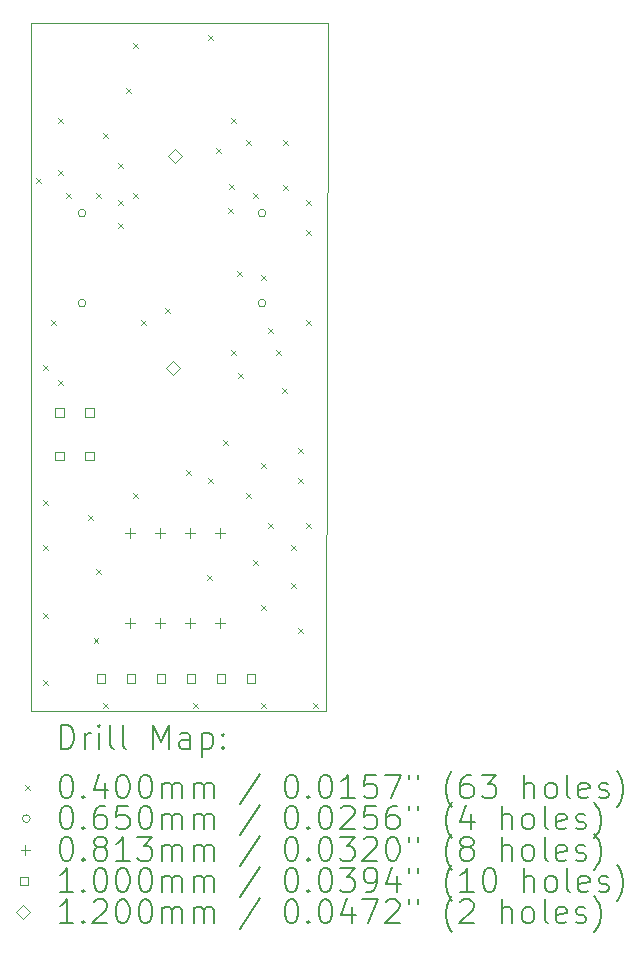
<source format=gbr>
%TF.GenerationSoftware,KiCad,Pcbnew,7.0.11-2.fc39*%
%TF.CreationDate,2024-06-07T09:19:11-04:00*%
%TF.ProjectId,OS-44,4f532d34-342e-46b6-9963-61645f706362,rev?*%
%TF.SameCoordinates,Original*%
%TF.FileFunction,Drillmap*%
%TF.FilePolarity,Positive*%
%FSLAX45Y45*%
G04 Gerber Fmt 4.5, Leading zero omitted, Abs format (unit mm)*
G04 Created by KiCad (PCBNEW 7.0.11-2.fc39) date 2024-06-07 09:19:11*
%MOMM*%
%LPD*%
G01*
G04 APERTURE LIST*
%ADD10C,0.100000*%
%ADD11C,0.200000*%
%ADD12C,0.120000*%
G04 APERTURE END LIST*
D10*
X15455900Y-12115800D02*
X15455900Y-12077700D01*
X12954000Y-6286500D02*
X15468600Y-6286500D01*
X12954000Y-12115800D02*
X12954000Y-6286500D01*
X12954000Y-12115800D02*
X15455900Y-12115800D01*
X15468600Y-6286500D02*
X15455900Y-12077700D01*
D11*
D10*
X12997500Y-7600000D02*
X13037500Y-7640000D01*
X13037500Y-7600000D02*
X12997500Y-7640000D01*
X13061000Y-9187500D02*
X13101000Y-9227500D01*
X13101000Y-9187500D02*
X13061000Y-9227500D01*
X13061000Y-10330500D02*
X13101000Y-10370500D01*
X13101000Y-10330500D02*
X13061000Y-10370500D01*
X13061000Y-10711500D02*
X13101000Y-10751500D01*
X13101000Y-10711500D02*
X13061000Y-10751500D01*
X13061000Y-11283000D02*
X13101000Y-11323000D01*
X13101000Y-11283000D02*
X13061000Y-11323000D01*
X13061000Y-11854500D02*
X13101000Y-11894500D01*
X13101000Y-11854500D02*
X13061000Y-11894500D01*
X13124500Y-8806500D02*
X13164500Y-8846500D01*
X13164500Y-8806500D02*
X13124500Y-8846500D01*
X13188000Y-7092000D02*
X13228000Y-7132000D01*
X13228000Y-7092000D02*
X13188000Y-7132000D01*
X13188000Y-7536500D02*
X13228000Y-7576500D01*
X13228000Y-7536500D02*
X13188000Y-7576500D01*
X13188000Y-9314500D02*
X13228000Y-9354500D01*
X13228000Y-9314500D02*
X13188000Y-9354500D01*
X13251500Y-7727000D02*
X13291500Y-7767000D01*
X13291500Y-7727000D02*
X13251500Y-7767000D01*
X13442000Y-10457500D02*
X13482000Y-10497500D01*
X13482000Y-10457500D02*
X13442000Y-10497500D01*
X13485900Y-11498900D02*
X13525900Y-11538900D01*
X13525900Y-11498900D02*
X13485900Y-11538900D01*
X13505500Y-7727000D02*
X13545500Y-7767000D01*
X13545500Y-7727000D02*
X13505500Y-7767000D01*
X13505500Y-10914700D02*
X13545500Y-10954700D01*
X13545500Y-10914700D02*
X13505500Y-10954700D01*
X13569000Y-7219000D02*
X13609000Y-7259000D01*
X13609000Y-7219000D02*
X13569000Y-7259000D01*
X13569000Y-12045000D02*
X13609000Y-12085000D01*
X13609000Y-12045000D02*
X13569000Y-12085000D01*
X13696000Y-7473000D02*
X13736000Y-7513000D01*
X13736000Y-7473000D02*
X13696000Y-7513000D01*
X13696000Y-7790500D02*
X13736000Y-7830500D01*
X13736000Y-7790500D02*
X13696000Y-7830500D01*
X13696000Y-7981000D02*
X13736000Y-8021000D01*
X13736000Y-7981000D02*
X13696000Y-8021000D01*
X13759500Y-6838000D02*
X13799500Y-6878000D01*
X13799500Y-6838000D02*
X13759500Y-6878000D01*
X13823000Y-6457000D02*
X13863000Y-6497000D01*
X13863000Y-6457000D02*
X13823000Y-6497000D01*
X13823000Y-7727000D02*
X13863000Y-7767000D01*
X13863000Y-7727000D02*
X13823000Y-7767000D01*
X13823000Y-10267000D02*
X13863000Y-10307000D01*
X13863000Y-10267000D02*
X13823000Y-10307000D01*
X13886500Y-8806500D02*
X13926500Y-8846500D01*
X13926500Y-8806500D02*
X13886500Y-8846500D01*
X14089700Y-8704900D02*
X14129700Y-8744900D01*
X14129700Y-8704900D02*
X14089700Y-8744900D01*
X14267500Y-10076500D02*
X14307500Y-10116500D01*
X14307500Y-10076500D02*
X14267500Y-10116500D01*
X14331000Y-12045000D02*
X14371000Y-12085000D01*
X14371000Y-12045000D02*
X14331000Y-12085000D01*
X14445300Y-10965500D02*
X14485300Y-11005500D01*
X14485300Y-10965500D02*
X14445300Y-11005500D01*
X14458000Y-6393500D02*
X14498000Y-6433500D01*
X14498000Y-6393500D02*
X14458000Y-6433500D01*
X14458000Y-10140000D02*
X14498000Y-10180000D01*
X14498000Y-10140000D02*
X14458000Y-10180000D01*
X14521500Y-7346000D02*
X14561500Y-7386000D01*
X14561500Y-7346000D02*
X14521500Y-7386000D01*
X14585000Y-9822500D02*
X14625000Y-9862500D01*
X14625000Y-9822500D02*
X14585000Y-9862500D01*
X14623100Y-7854000D02*
X14663100Y-7894000D01*
X14663100Y-7854000D02*
X14623100Y-7894000D01*
X14635800Y-7650800D02*
X14675800Y-7690800D01*
X14675800Y-7650800D02*
X14635800Y-7690800D01*
X14648500Y-7092000D02*
X14688500Y-7132000D01*
X14688500Y-7092000D02*
X14648500Y-7132000D01*
X14648500Y-9060500D02*
X14688500Y-9100500D01*
X14688500Y-9060500D02*
X14648500Y-9100500D01*
X14699300Y-8387400D02*
X14739300Y-8427400D01*
X14739300Y-8387400D02*
X14699300Y-8427400D01*
X14712000Y-9251000D02*
X14752000Y-9291000D01*
X14752000Y-9251000D02*
X14712000Y-9291000D01*
X14775500Y-7282500D02*
X14815500Y-7322500D01*
X14815500Y-7282500D02*
X14775500Y-7322500D01*
X14775500Y-10267000D02*
X14815500Y-10307000D01*
X14815500Y-10267000D02*
X14775500Y-10307000D01*
X14839000Y-7727000D02*
X14879000Y-7767000D01*
X14879000Y-7727000D02*
X14839000Y-7767000D01*
X14839000Y-10838500D02*
X14879000Y-10878500D01*
X14879000Y-10838500D02*
X14839000Y-10878500D01*
X14902500Y-8425500D02*
X14942500Y-8465500D01*
X14942500Y-8425500D02*
X14902500Y-8465500D01*
X14902500Y-10013000D02*
X14942500Y-10053000D01*
X14942500Y-10013000D02*
X14902500Y-10053000D01*
X14902500Y-11219500D02*
X14942500Y-11259500D01*
X14942500Y-11219500D02*
X14902500Y-11259500D01*
X14902500Y-12045000D02*
X14942500Y-12085000D01*
X14942500Y-12045000D02*
X14902500Y-12085000D01*
X14966000Y-8870000D02*
X15006000Y-8910000D01*
X15006000Y-8870000D02*
X14966000Y-8910000D01*
X14966000Y-10521000D02*
X15006000Y-10561000D01*
X15006000Y-10521000D02*
X14966000Y-10561000D01*
X15029500Y-9060500D02*
X15069500Y-9100500D01*
X15069500Y-9060500D02*
X15029500Y-9100500D01*
X15080300Y-9378000D02*
X15120300Y-9418000D01*
X15120300Y-9378000D02*
X15080300Y-9418000D01*
X15093000Y-7282500D02*
X15133000Y-7322500D01*
X15133000Y-7282500D02*
X15093000Y-7322500D01*
X15093000Y-7663500D02*
X15133000Y-7703500D01*
X15133000Y-7663500D02*
X15093000Y-7703500D01*
X15156500Y-10711500D02*
X15196500Y-10751500D01*
X15196500Y-10711500D02*
X15156500Y-10751500D01*
X15156500Y-11029000D02*
X15196500Y-11069000D01*
X15196500Y-11029000D02*
X15156500Y-11069000D01*
X15220000Y-9886000D02*
X15260000Y-9926000D01*
X15260000Y-9886000D02*
X15220000Y-9926000D01*
X15220000Y-10140000D02*
X15260000Y-10180000D01*
X15260000Y-10140000D02*
X15220000Y-10180000D01*
X15220000Y-11410000D02*
X15260000Y-11450000D01*
X15260000Y-11410000D02*
X15220000Y-11450000D01*
X15283500Y-7790500D02*
X15323500Y-7830500D01*
X15323500Y-7790500D02*
X15283500Y-7830500D01*
X15283500Y-8044500D02*
X15323500Y-8084500D01*
X15323500Y-8044500D02*
X15283500Y-8084500D01*
X15283500Y-8806500D02*
X15323500Y-8846500D01*
X15323500Y-8806500D02*
X15283500Y-8846500D01*
X15283500Y-10521000D02*
X15323500Y-10561000D01*
X15323500Y-10521000D02*
X15283500Y-10561000D01*
X15347000Y-12045000D02*
X15387000Y-12085000D01*
X15387000Y-12045000D02*
X15347000Y-12085000D01*
X13421500Y-7898500D02*
G75*
G03*
X13356500Y-7898500I-32500J0D01*
G01*
X13356500Y-7898500D02*
G75*
G03*
X13421500Y-7898500I32500J0D01*
G01*
X13421500Y-8660500D02*
G75*
G03*
X13356500Y-8660500I-32500J0D01*
G01*
X13356500Y-8660500D02*
G75*
G03*
X13421500Y-8660500I32500J0D01*
G01*
X14945500Y-7898500D02*
G75*
G03*
X14880500Y-7898500I-32500J0D01*
G01*
X14880500Y-7898500D02*
G75*
G03*
X14945500Y-7898500I32500J0D01*
G01*
X14945500Y-8660500D02*
G75*
G03*
X14880500Y-8660500I-32500J0D01*
G01*
X14880500Y-8660500D02*
G75*
G03*
X14945500Y-8660500I32500J0D01*
G01*
X13792200Y-10563860D02*
X13792200Y-10645140D01*
X13751560Y-10604500D02*
X13832840Y-10604500D01*
X13792200Y-11325860D02*
X13792200Y-11407140D01*
X13751560Y-11366500D02*
X13832840Y-11366500D01*
X14046200Y-10563860D02*
X14046200Y-10645140D01*
X14005560Y-10604500D02*
X14086840Y-10604500D01*
X14046200Y-11325860D02*
X14046200Y-11407140D01*
X14005560Y-11366500D02*
X14086840Y-11366500D01*
X14300200Y-10563860D02*
X14300200Y-10645140D01*
X14259560Y-10604500D02*
X14340840Y-10604500D01*
X14300200Y-11325860D02*
X14300200Y-11407140D01*
X14259560Y-11366500D02*
X14340840Y-11366500D01*
X14554200Y-10563860D02*
X14554200Y-10645140D01*
X14513560Y-10604500D02*
X14594840Y-10604500D01*
X14554200Y-11325860D02*
X14554200Y-11407140D01*
X14513560Y-11366500D02*
X14594840Y-11366500D01*
X13232656Y-9621356D02*
X13232656Y-9550644D01*
X13161944Y-9550644D01*
X13161944Y-9621356D01*
X13232656Y-9621356D01*
X13232656Y-9989656D02*
X13232656Y-9918944D01*
X13161944Y-9918944D01*
X13161944Y-9989656D01*
X13232656Y-9989656D01*
X13486656Y-9621356D02*
X13486656Y-9550644D01*
X13415944Y-9550644D01*
X13415944Y-9621356D01*
X13486656Y-9621356D01*
X13486656Y-9989656D02*
X13486656Y-9918944D01*
X13415944Y-9918944D01*
X13415944Y-9989656D01*
X13486656Y-9989656D01*
X13586256Y-11871756D02*
X13586256Y-11801044D01*
X13515544Y-11801044D01*
X13515544Y-11871756D01*
X13586256Y-11871756D01*
X13840256Y-11871756D02*
X13840256Y-11801044D01*
X13769544Y-11801044D01*
X13769544Y-11871756D01*
X13840256Y-11871756D01*
X14094256Y-11871756D02*
X14094256Y-11801044D01*
X14023544Y-11801044D01*
X14023544Y-11871756D01*
X14094256Y-11871756D01*
X14348256Y-11871756D02*
X14348256Y-11801044D01*
X14277544Y-11801044D01*
X14277544Y-11871756D01*
X14348256Y-11871756D01*
X14602256Y-11871756D02*
X14602256Y-11801044D01*
X14531544Y-11801044D01*
X14531544Y-11871756D01*
X14602256Y-11871756D01*
X14856256Y-11871756D02*
X14856256Y-11801044D01*
X14785544Y-11801044D01*
X14785544Y-11871756D01*
X14856256Y-11871756D01*
D12*
X14160500Y-9267500D02*
X14220500Y-9207500D01*
X14160500Y-9147500D01*
X14100500Y-9207500D01*
X14160500Y-9267500D01*
X14173200Y-7476800D02*
X14233200Y-7416800D01*
X14173200Y-7356800D01*
X14113200Y-7416800D01*
X14173200Y-7476800D01*
D11*
X13209777Y-12432284D02*
X13209777Y-12232284D01*
X13209777Y-12232284D02*
X13257396Y-12232284D01*
X13257396Y-12232284D02*
X13285967Y-12241808D01*
X13285967Y-12241808D02*
X13305015Y-12260855D01*
X13305015Y-12260855D02*
X13314539Y-12279903D01*
X13314539Y-12279903D02*
X13324062Y-12317998D01*
X13324062Y-12317998D02*
X13324062Y-12346569D01*
X13324062Y-12346569D02*
X13314539Y-12384665D01*
X13314539Y-12384665D02*
X13305015Y-12403712D01*
X13305015Y-12403712D02*
X13285967Y-12422760D01*
X13285967Y-12422760D02*
X13257396Y-12432284D01*
X13257396Y-12432284D02*
X13209777Y-12432284D01*
X13409777Y-12432284D02*
X13409777Y-12298950D01*
X13409777Y-12337046D02*
X13419301Y-12317998D01*
X13419301Y-12317998D02*
X13428824Y-12308474D01*
X13428824Y-12308474D02*
X13447872Y-12298950D01*
X13447872Y-12298950D02*
X13466920Y-12298950D01*
X13533586Y-12432284D02*
X13533586Y-12298950D01*
X13533586Y-12232284D02*
X13524062Y-12241808D01*
X13524062Y-12241808D02*
X13533586Y-12251331D01*
X13533586Y-12251331D02*
X13543110Y-12241808D01*
X13543110Y-12241808D02*
X13533586Y-12232284D01*
X13533586Y-12232284D02*
X13533586Y-12251331D01*
X13657396Y-12432284D02*
X13638348Y-12422760D01*
X13638348Y-12422760D02*
X13628824Y-12403712D01*
X13628824Y-12403712D02*
X13628824Y-12232284D01*
X13762158Y-12432284D02*
X13743110Y-12422760D01*
X13743110Y-12422760D02*
X13733586Y-12403712D01*
X13733586Y-12403712D02*
X13733586Y-12232284D01*
X13990729Y-12432284D02*
X13990729Y-12232284D01*
X13990729Y-12232284D02*
X14057396Y-12375141D01*
X14057396Y-12375141D02*
X14124062Y-12232284D01*
X14124062Y-12232284D02*
X14124062Y-12432284D01*
X14305015Y-12432284D02*
X14305015Y-12327522D01*
X14305015Y-12327522D02*
X14295491Y-12308474D01*
X14295491Y-12308474D02*
X14276443Y-12298950D01*
X14276443Y-12298950D02*
X14238348Y-12298950D01*
X14238348Y-12298950D02*
X14219301Y-12308474D01*
X14305015Y-12422760D02*
X14285967Y-12432284D01*
X14285967Y-12432284D02*
X14238348Y-12432284D01*
X14238348Y-12432284D02*
X14219301Y-12422760D01*
X14219301Y-12422760D02*
X14209777Y-12403712D01*
X14209777Y-12403712D02*
X14209777Y-12384665D01*
X14209777Y-12384665D02*
X14219301Y-12365617D01*
X14219301Y-12365617D02*
X14238348Y-12356093D01*
X14238348Y-12356093D02*
X14285967Y-12356093D01*
X14285967Y-12356093D02*
X14305015Y-12346569D01*
X14400253Y-12298950D02*
X14400253Y-12498950D01*
X14400253Y-12308474D02*
X14419301Y-12298950D01*
X14419301Y-12298950D02*
X14457396Y-12298950D01*
X14457396Y-12298950D02*
X14476443Y-12308474D01*
X14476443Y-12308474D02*
X14485967Y-12317998D01*
X14485967Y-12317998D02*
X14495491Y-12337046D01*
X14495491Y-12337046D02*
X14495491Y-12394188D01*
X14495491Y-12394188D02*
X14485967Y-12413236D01*
X14485967Y-12413236D02*
X14476443Y-12422760D01*
X14476443Y-12422760D02*
X14457396Y-12432284D01*
X14457396Y-12432284D02*
X14419301Y-12432284D01*
X14419301Y-12432284D02*
X14400253Y-12422760D01*
X14581205Y-12413236D02*
X14590729Y-12422760D01*
X14590729Y-12422760D02*
X14581205Y-12432284D01*
X14581205Y-12432284D02*
X14571682Y-12422760D01*
X14571682Y-12422760D02*
X14581205Y-12413236D01*
X14581205Y-12413236D02*
X14581205Y-12432284D01*
X14581205Y-12308474D02*
X14590729Y-12317998D01*
X14590729Y-12317998D02*
X14581205Y-12327522D01*
X14581205Y-12327522D02*
X14571682Y-12317998D01*
X14571682Y-12317998D02*
X14581205Y-12308474D01*
X14581205Y-12308474D02*
X14581205Y-12327522D01*
D10*
X12909000Y-12740800D02*
X12949000Y-12780800D01*
X12949000Y-12740800D02*
X12909000Y-12780800D01*
D11*
X13247872Y-12652284D02*
X13266920Y-12652284D01*
X13266920Y-12652284D02*
X13285967Y-12661808D01*
X13285967Y-12661808D02*
X13295491Y-12671331D01*
X13295491Y-12671331D02*
X13305015Y-12690379D01*
X13305015Y-12690379D02*
X13314539Y-12728474D01*
X13314539Y-12728474D02*
X13314539Y-12776093D01*
X13314539Y-12776093D02*
X13305015Y-12814188D01*
X13305015Y-12814188D02*
X13295491Y-12833236D01*
X13295491Y-12833236D02*
X13285967Y-12842760D01*
X13285967Y-12842760D02*
X13266920Y-12852284D01*
X13266920Y-12852284D02*
X13247872Y-12852284D01*
X13247872Y-12852284D02*
X13228824Y-12842760D01*
X13228824Y-12842760D02*
X13219301Y-12833236D01*
X13219301Y-12833236D02*
X13209777Y-12814188D01*
X13209777Y-12814188D02*
X13200253Y-12776093D01*
X13200253Y-12776093D02*
X13200253Y-12728474D01*
X13200253Y-12728474D02*
X13209777Y-12690379D01*
X13209777Y-12690379D02*
X13219301Y-12671331D01*
X13219301Y-12671331D02*
X13228824Y-12661808D01*
X13228824Y-12661808D02*
X13247872Y-12652284D01*
X13400253Y-12833236D02*
X13409777Y-12842760D01*
X13409777Y-12842760D02*
X13400253Y-12852284D01*
X13400253Y-12852284D02*
X13390729Y-12842760D01*
X13390729Y-12842760D02*
X13400253Y-12833236D01*
X13400253Y-12833236D02*
X13400253Y-12852284D01*
X13581205Y-12718950D02*
X13581205Y-12852284D01*
X13533586Y-12642760D02*
X13485967Y-12785617D01*
X13485967Y-12785617D02*
X13609777Y-12785617D01*
X13724062Y-12652284D02*
X13743110Y-12652284D01*
X13743110Y-12652284D02*
X13762158Y-12661808D01*
X13762158Y-12661808D02*
X13771682Y-12671331D01*
X13771682Y-12671331D02*
X13781205Y-12690379D01*
X13781205Y-12690379D02*
X13790729Y-12728474D01*
X13790729Y-12728474D02*
X13790729Y-12776093D01*
X13790729Y-12776093D02*
X13781205Y-12814188D01*
X13781205Y-12814188D02*
X13771682Y-12833236D01*
X13771682Y-12833236D02*
X13762158Y-12842760D01*
X13762158Y-12842760D02*
X13743110Y-12852284D01*
X13743110Y-12852284D02*
X13724062Y-12852284D01*
X13724062Y-12852284D02*
X13705015Y-12842760D01*
X13705015Y-12842760D02*
X13695491Y-12833236D01*
X13695491Y-12833236D02*
X13685967Y-12814188D01*
X13685967Y-12814188D02*
X13676443Y-12776093D01*
X13676443Y-12776093D02*
X13676443Y-12728474D01*
X13676443Y-12728474D02*
X13685967Y-12690379D01*
X13685967Y-12690379D02*
X13695491Y-12671331D01*
X13695491Y-12671331D02*
X13705015Y-12661808D01*
X13705015Y-12661808D02*
X13724062Y-12652284D01*
X13914539Y-12652284D02*
X13933586Y-12652284D01*
X13933586Y-12652284D02*
X13952634Y-12661808D01*
X13952634Y-12661808D02*
X13962158Y-12671331D01*
X13962158Y-12671331D02*
X13971682Y-12690379D01*
X13971682Y-12690379D02*
X13981205Y-12728474D01*
X13981205Y-12728474D02*
X13981205Y-12776093D01*
X13981205Y-12776093D02*
X13971682Y-12814188D01*
X13971682Y-12814188D02*
X13962158Y-12833236D01*
X13962158Y-12833236D02*
X13952634Y-12842760D01*
X13952634Y-12842760D02*
X13933586Y-12852284D01*
X13933586Y-12852284D02*
X13914539Y-12852284D01*
X13914539Y-12852284D02*
X13895491Y-12842760D01*
X13895491Y-12842760D02*
X13885967Y-12833236D01*
X13885967Y-12833236D02*
X13876443Y-12814188D01*
X13876443Y-12814188D02*
X13866920Y-12776093D01*
X13866920Y-12776093D02*
X13866920Y-12728474D01*
X13866920Y-12728474D02*
X13876443Y-12690379D01*
X13876443Y-12690379D02*
X13885967Y-12671331D01*
X13885967Y-12671331D02*
X13895491Y-12661808D01*
X13895491Y-12661808D02*
X13914539Y-12652284D01*
X14066920Y-12852284D02*
X14066920Y-12718950D01*
X14066920Y-12737998D02*
X14076443Y-12728474D01*
X14076443Y-12728474D02*
X14095491Y-12718950D01*
X14095491Y-12718950D02*
X14124063Y-12718950D01*
X14124063Y-12718950D02*
X14143110Y-12728474D01*
X14143110Y-12728474D02*
X14152634Y-12747522D01*
X14152634Y-12747522D02*
X14152634Y-12852284D01*
X14152634Y-12747522D02*
X14162158Y-12728474D01*
X14162158Y-12728474D02*
X14181205Y-12718950D01*
X14181205Y-12718950D02*
X14209777Y-12718950D01*
X14209777Y-12718950D02*
X14228824Y-12728474D01*
X14228824Y-12728474D02*
X14238348Y-12747522D01*
X14238348Y-12747522D02*
X14238348Y-12852284D01*
X14333586Y-12852284D02*
X14333586Y-12718950D01*
X14333586Y-12737998D02*
X14343110Y-12728474D01*
X14343110Y-12728474D02*
X14362158Y-12718950D01*
X14362158Y-12718950D02*
X14390729Y-12718950D01*
X14390729Y-12718950D02*
X14409777Y-12728474D01*
X14409777Y-12728474D02*
X14419301Y-12747522D01*
X14419301Y-12747522D02*
X14419301Y-12852284D01*
X14419301Y-12747522D02*
X14428824Y-12728474D01*
X14428824Y-12728474D02*
X14447872Y-12718950D01*
X14447872Y-12718950D02*
X14476443Y-12718950D01*
X14476443Y-12718950D02*
X14495491Y-12728474D01*
X14495491Y-12728474D02*
X14505015Y-12747522D01*
X14505015Y-12747522D02*
X14505015Y-12852284D01*
X14895491Y-12642760D02*
X14724063Y-12899903D01*
X15152634Y-12652284D02*
X15171682Y-12652284D01*
X15171682Y-12652284D02*
X15190729Y-12661808D01*
X15190729Y-12661808D02*
X15200253Y-12671331D01*
X15200253Y-12671331D02*
X15209777Y-12690379D01*
X15209777Y-12690379D02*
X15219301Y-12728474D01*
X15219301Y-12728474D02*
X15219301Y-12776093D01*
X15219301Y-12776093D02*
X15209777Y-12814188D01*
X15209777Y-12814188D02*
X15200253Y-12833236D01*
X15200253Y-12833236D02*
X15190729Y-12842760D01*
X15190729Y-12842760D02*
X15171682Y-12852284D01*
X15171682Y-12852284D02*
X15152634Y-12852284D01*
X15152634Y-12852284D02*
X15133586Y-12842760D01*
X15133586Y-12842760D02*
X15124063Y-12833236D01*
X15124063Y-12833236D02*
X15114539Y-12814188D01*
X15114539Y-12814188D02*
X15105015Y-12776093D01*
X15105015Y-12776093D02*
X15105015Y-12728474D01*
X15105015Y-12728474D02*
X15114539Y-12690379D01*
X15114539Y-12690379D02*
X15124063Y-12671331D01*
X15124063Y-12671331D02*
X15133586Y-12661808D01*
X15133586Y-12661808D02*
X15152634Y-12652284D01*
X15305015Y-12833236D02*
X15314539Y-12842760D01*
X15314539Y-12842760D02*
X15305015Y-12852284D01*
X15305015Y-12852284D02*
X15295491Y-12842760D01*
X15295491Y-12842760D02*
X15305015Y-12833236D01*
X15305015Y-12833236D02*
X15305015Y-12852284D01*
X15438348Y-12652284D02*
X15457396Y-12652284D01*
X15457396Y-12652284D02*
X15476444Y-12661808D01*
X15476444Y-12661808D02*
X15485967Y-12671331D01*
X15485967Y-12671331D02*
X15495491Y-12690379D01*
X15495491Y-12690379D02*
X15505015Y-12728474D01*
X15505015Y-12728474D02*
X15505015Y-12776093D01*
X15505015Y-12776093D02*
X15495491Y-12814188D01*
X15495491Y-12814188D02*
X15485967Y-12833236D01*
X15485967Y-12833236D02*
X15476444Y-12842760D01*
X15476444Y-12842760D02*
X15457396Y-12852284D01*
X15457396Y-12852284D02*
X15438348Y-12852284D01*
X15438348Y-12852284D02*
X15419301Y-12842760D01*
X15419301Y-12842760D02*
X15409777Y-12833236D01*
X15409777Y-12833236D02*
X15400253Y-12814188D01*
X15400253Y-12814188D02*
X15390729Y-12776093D01*
X15390729Y-12776093D02*
X15390729Y-12728474D01*
X15390729Y-12728474D02*
X15400253Y-12690379D01*
X15400253Y-12690379D02*
X15409777Y-12671331D01*
X15409777Y-12671331D02*
X15419301Y-12661808D01*
X15419301Y-12661808D02*
X15438348Y-12652284D01*
X15695491Y-12852284D02*
X15581206Y-12852284D01*
X15638348Y-12852284D02*
X15638348Y-12652284D01*
X15638348Y-12652284D02*
X15619301Y-12680855D01*
X15619301Y-12680855D02*
X15600253Y-12699903D01*
X15600253Y-12699903D02*
X15581206Y-12709427D01*
X15876444Y-12652284D02*
X15781206Y-12652284D01*
X15781206Y-12652284D02*
X15771682Y-12747522D01*
X15771682Y-12747522D02*
X15781206Y-12737998D01*
X15781206Y-12737998D02*
X15800253Y-12728474D01*
X15800253Y-12728474D02*
X15847872Y-12728474D01*
X15847872Y-12728474D02*
X15866920Y-12737998D01*
X15866920Y-12737998D02*
X15876444Y-12747522D01*
X15876444Y-12747522D02*
X15885967Y-12766569D01*
X15885967Y-12766569D02*
X15885967Y-12814188D01*
X15885967Y-12814188D02*
X15876444Y-12833236D01*
X15876444Y-12833236D02*
X15866920Y-12842760D01*
X15866920Y-12842760D02*
X15847872Y-12852284D01*
X15847872Y-12852284D02*
X15800253Y-12852284D01*
X15800253Y-12852284D02*
X15781206Y-12842760D01*
X15781206Y-12842760D02*
X15771682Y-12833236D01*
X15952634Y-12652284D02*
X16085967Y-12652284D01*
X16085967Y-12652284D02*
X16000253Y-12852284D01*
X16152634Y-12652284D02*
X16152634Y-12690379D01*
X16228825Y-12652284D02*
X16228825Y-12690379D01*
X16524063Y-12928474D02*
X16514539Y-12918950D01*
X16514539Y-12918950D02*
X16495491Y-12890379D01*
X16495491Y-12890379D02*
X16485968Y-12871331D01*
X16485968Y-12871331D02*
X16476444Y-12842760D01*
X16476444Y-12842760D02*
X16466920Y-12795141D01*
X16466920Y-12795141D02*
X16466920Y-12757046D01*
X16466920Y-12757046D02*
X16476444Y-12709427D01*
X16476444Y-12709427D02*
X16485968Y-12680855D01*
X16485968Y-12680855D02*
X16495491Y-12661808D01*
X16495491Y-12661808D02*
X16514539Y-12633236D01*
X16514539Y-12633236D02*
X16524063Y-12623712D01*
X16685968Y-12652284D02*
X16647872Y-12652284D01*
X16647872Y-12652284D02*
X16628825Y-12661808D01*
X16628825Y-12661808D02*
X16619301Y-12671331D01*
X16619301Y-12671331D02*
X16600253Y-12699903D01*
X16600253Y-12699903D02*
X16590729Y-12737998D01*
X16590729Y-12737998D02*
X16590729Y-12814188D01*
X16590729Y-12814188D02*
X16600253Y-12833236D01*
X16600253Y-12833236D02*
X16609777Y-12842760D01*
X16609777Y-12842760D02*
X16628825Y-12852284D01*
X16628825Y-12852284D02*
X16666920Y-12852284D01*
X16666920Y-12852284D02*
X16685968Y-12842760D01*
X16685968Y-12842760D02*
X16695491Y-12833236D01*
X16695491Y-12833236D02*
X16705015Y-12814188D01*
X16705015Y-12814188D02*
X16705015Y-12766569D01*
X16705015Y-12766569D02*
X16695491Y-12747522D01*
X16695491Y-12747522D02*
X16685968Y-12737998D01*
X16685968Y-12737998D02*
X16666920Y-12728474D01*
X16666920Y-12728474D02*
X16628825Y-12728474D01*
X16628825Y-12728474D02*
X16609777Y-12737998D01*
X16609777Y-12737998D02*
X16600253Y-12747522D01*
X16600253Y-12747522D02*
X16590729Y-12766569D01*
X16771682Y-12652284D02*
X16895491Y-12652284D01*
X16895491Y-12652284D02*
X16828825Y-12728474D01*
X16828825Y-12728474D02*
X16857396Y-12728474D01*
X16857396Y-12728474D02*
X16876444Y-12737998D01*
X16876444Y-12737998D02*
X16885968Y-12747522D01*
X16885968Y-12747522D02*
X16895491Y-12766569D01*
X16895491Y-12766569D02*
X16895491Y-12814188D01*
X16895491Y-12814188D02*
X16885968Y-12833236D01*
X16885968Y-12833236D02*
X16876444Y-12842760D01*
X16876444Y-12842760D02*
X16857396Y-12852284D01*
X16857396Y-12852284D02*
X16800253Y-12852284D01*
X16800253Y-12852284D02*
X16781206Y-12842760D01*
X16781206Y-12842760D02*
X16771682Y-12833236D01*
X17133587Y-12852284D02*
X17133587Y-12652284D01*
X17219301Y-12852284D02*
X17219301Y-12747522D01*
X17219301Y-12747522D02*
X17209777Y-12728474D01*
X17209777Y-12728474D02*
X17190730Y-12718950D01*
X17190730Y-12718950D02*
X17162158Y-12718950D01*
X17162158Y-12718950D02*
X17143111Y-12728474D01*
X17143111Y-12728474D02*
X17133587Y-12737998D01*
X17343111Y-12852284D02*
X17324063Y-12842760D01*
X17324063Y-12842760D02*
X17314539Y-12833236D01*
X17314539Y-12833236D02*
X17305015Y-12814188D01*
X17305015Y-12814188D02*
X17305015Y-12757046D01*
X17305015Y-12757046D02*
X17314539Y-12737998D01*
X17314539Y-12737998D02*
X17324063Y-12728474D01*
X17324063Y-12728474D02*
X17343111Y-12718950D01*
X17343111Y-12718950D02*
X17371682Y-12718950D01*
X17371682Y-12718950D02*
X17390730Y-12728474D01*
X17390730Y-12728474D02*
X17400253Y-12737998D01*
X17400253Y-12737998D02*
X17409777Y-12757046D01*
X17409777Y-12757046D02*
X17409777Y-12814188D01*
X17409777Y-12814188D02*
X17400253Y-12833236D01*
X17400253Y-12833236D02*
X17390730Y-12842760D01*
X17390730Y-12842760D02*
X17371682Y-12852284D01*
X17371682Y-12852284D02*
X17343111Y-12852284D01*
X17524063Y-12852284D02*
X17505015Y-12842760D01*
X17505015Y-12842760D02*
X17495492Y-12823712D01*
X17495492Y-12823712D02*
X17495492Y-12652284D01*
X17676444Y-12842760D02*
X17657396Y-12852284D01*
X17657396Y-12852284D02*
X17619301Y-12852284D01*
X17619301Y-12852284D02*
X17600253Y-12842760D01*
X17600253Y-12842760D02*
X17590730Y-12823712D01*
X17590730Y-12823712D02*
X17590730Y-12747522D01*
X17590730Y-12747522D02*
X17600253Y-12728474D01*
X17600253Y-12728474D02*
X17619301Y-12718950D01*
X17619301Y-12718950D02*
X17657396Y-12718950D01*
X17657396Y-12718950D02*
X17676444Y-12728474D01*
X17676444Y-12728474D02*
X17685968Y-12747522D01*
X17685968Y-12747522D02*
X17685968Y-12766569D01*
X17685968Y-12766569D02*
X17590730Y-12785617D01*
X17762158Y-12842760D02*
X17781206Y-12852284D01*
X17781206Y-12852284D02*
X17819301Y-12852284D01*
X17819301Y-12852284D02*
X17838349Y-12842760D01*
X17838349Y-12842760D02*
X17847873Y-12823712D01*
X17847873Y-12823712D02*
X17847873Y-12814188D01*
X17847873Y-12814188D02*
X17838349Y-12795141D01*
X17838349Y-12795141D02*
X17819301Y-12785617D01*
X17819301Y-12785617D02*
X17790730Y-12785617D01*
X17790730Y-12785617D02*
X17771682Y-12776093D01*
X17771682Y-12776093D02*
X17762158Y-12757046D01*
X17762158Y-12757046D02*
X17762158Y-12747522D01*
X17762158Y-12747522D02*
X17771682Y-12728474D01*
X17771682Y-12728474D02*
X17790730Y-12718950D01*
X17790730Y-12718950D02*
X17819301Y-12718950D01*
X17819301Y-12718950D02*
X17838349Y-12728474D01*
X17914539Y-12928474D02*
X17924063Y-12918950D01*
X17924063Y-12918950D02*
X17943111Y-12890379D01*
X17943111Y-12890379D02*
X17952634Y-12871331D01*
X17952634Y-12871331D02*
X17962158Y-12842760D01*
X17962158Y-12842760D02*
X17971682Y-12795141D01*
X17971682Y-12795141D02*
X17971682Y-12757046D01*
X17971682Y-12757046D02*
X17962158Y-12709427D01*
X17962158Y-12709427D02*
X17952634Y-12680855D01*
X17952634Y-12680855D02*
X17943111Y-12661808D01*
X17943111Y-12661808D02*
X17924063Y-12633236D01*
X17924063Y-12633236D02*
X17914539Y-12623712D01*
D10*
X12949000Y-13024800D02*
G75*
G03*
X12884000Y-13024800I-32500J0D01*
G01*
X12884000Y-13024800D02*
G75*
G03*
X12949000Y-13024800I32500J0D01*
G01*
D11*
X13247872Y-12916284D02*
X13266920Y-12916284D01*
X13266920Y-12916284D02*
X13285967Y-12925808D01*
X13285967Y-12925808D02*
X13295491Y-12935331D01*
X13295491Y-12935331D02*
X13305015Y-12954379D01*
X13305015Y-12954379D02*
X13314539Y-12992474D01*
X13314539Y-12992474D02*
X13314539Y-13040093D01*
X13314539Y-13040093D02*
X13305015Y-13078188D01*
X13305015Y-13078188D02*
X13295491Y-13097236D01*
X13295491Y-13097236D02*
X13285967Y-13106760D01*
X13285967Y-13106760D02*
X13266920Y-13116284D01*
X13266920Y-13116284D02*
X13247872Y-13116284D01*
X13247872Y-13116284D02*
X13228824Y-13106760D01*
X13228824Y-13106760D02*
X13219301Y-13097236D01*
X13219301Y-13097236D02*
X13209777Y-13078188D01*
X13209777Y-13078188D02*
X13200253Y-13040093D01*
X13200253Y-13040093D02*
X13200253Y-12992474D01*
X13200253Y-12992474D02*
X13209777Y-12954379D01*
X13209777Y-12954379D02*
X13219301Y-12935331D01*
X13219301Y-12935331D02*
X13228824Y-12925808D01*
X13228824Y-12925808D02*
X13247872Y-12916284D01*
X13400253Y-13097236D02*
X13409777Y-13106760D01*
X13409777Y-13106760D02*
X13400253Y-13116284D01*
X13400253Y-13116284D02*
X13390729Y-13106760D01*
X13390729Y-13106760D02*
X13400253Y-13097236D01*
X13400253Y-13097236D02*
X13400253Y-13116284D01*
X13581205Y-12916284D02*
X13543110Y-12916284D01*
X13543110Y-12916284D02*
X13524062Y-12925808D01*
X13524062Y-12925808D02*
X13514539Y-12935331D01*
X13514539Y-12935331D02*
X13495491Y-12963903D01*
X13495491Y-12963903D02*
X13485967Y-13001998D01*
X13485967Y-13001998D02*
X13485967Y-13078188D01*
X13485967Y-13078188D02*
X13495491Y-13097236D01*
X13495491Y-13097236D02*
X13505015Y-13106760D01*
X13505015Y-13106760D02*
X13524062Y-13116284D01*
X13524062Y-13116284D02*
X13562158Y-13116284D01*
X13562158Y-13116284D02*
X13581205Y-13106760D01*
X13581205Y-13106760D02*
X13590729Y-13097236D01*
X13590729Y-13097236D02*
X13600253Y-13078188D01*
X13600253Y-13078188D02*
X13600253Y-13030569D01*
X13600253Y-13030569D02*
X13590729Y-13011522D01*
X13590729Y-13011522D02*
X13581205Y-13001998D01*
X13581205Y-13001998D02*
X13562158Y-12992474D01*
X13562158Y-12992474D02*
X13524062Y-12992474D01*
X13524062Y-12992474D02*
X13505015Y-13001998D01*
X13505015Y-13001998D02*
X13495491Y-13011522D01*
X13495491Y-13011522D02*
X13485967Y-13030569D01*
X13781205Y-12916284D02*
X13685967Y-12916284D01*
X13685967Y-12916284D02*
X13676443Y-13011522D01*
X13676443Y-13011522D02*
X13685967Y-13001998D01*
X13685967Y-13001998D02*
X13705015Y-12992474D01*
X13705015Y-12992474D02*
X13752634Y-12992474D01*
X13752634Y-12992474D02*
X13771682Y-13001998D01*
X13771682Y-13001998D02*
X13781205Y-13011522D01*
X13781205Y-13011522D02*
X13790729Y-13030569D01*
X13790729Y-13030569D02*
X13790729Y-13078188D01*
X13790729Y-13078188D02*
X13781205Y-13097236D01*
X13781205Y-13097236D02*
X13771682Y-13106760D01*
X13771682Y-13106760D02*
X13752634Y-13116284D01*
X13752634Y-13116284D02*
X13705015Y-13116284D01*
X13705015Y-13116284D02*
X13685967Y-13106760D01*
X13685967Y-13106760D02*
X13676443Y-13097236D01*
X13914539Y-12916284D02*
X13933586Y-12916284D01*
X13933586Y-12916284D02*
X13952634Y-12925808D01*
X13952634Y-12925808D02*
X13962158Y-12935331D01*
X13962158Y-12935331D02*
X13971682Y-12954379D01*
X13971682Y-12954379D02*
X13981205Y-12992474D01*
X13981205Y-12992474D02*
X13981205Y-13040093D01*
X13981205Y-13040093D02*
X13971682Y-13078188D01*
X13971682Y-13078188D02*
X13962158Y-13097236D01*
X13962158Y-13097236D02*
X13952634Y-13106760D01*
X13952634Y-13106760D02*
X13933586Y-13116284D01*
X13933586Y-13116284D02*
X13914539Y-13116284D01*
X13914539Y-13116284D02*
X13895491Y-13106760D01*
X13895491Y-13106760D02*
X13885967Y-13097236D01*
X13885967Y-13097236D02*
X13876443Y-13078188D01*
X13876443Y-13078188D02*
X13866920Y-13040093D01*
X13866920Y-13040093D02*
X13866920Y-12992474D01*
X13866920Y-12992474D02*
X13876443Y-12954379D01*
X13876443Y-12954379D02*
X13885967Y-12935331D01*
X13885967Y-12935331D02*
X13895491Y-12925808D01*
X13895491Y-12925808D02*
X13914539Y-12916284D01*
X14066920Y-13116284D02*
X14066920Y-12982950D01*
X14066920Y-13001998D02*
X14076443Y-12992474D01*
X14076443Y-12992474D02*
X14095491Y-12982950D01*
X14095491Y-12982950D02*
X14124063Y-12982950D01*
X14124063Y-12982950D02*
X14143110Y-12992474D01*
X14143110Y-12992474D02*
X14152634Y-13011522D01*
X14152634Y-13011522D02*
X14152634Y-13116284D01*
X14152634Y-13011522D02*
X14162158Y-12992474D01*
X14162158Y-12992474D02*
X14181205Y-12982950D01*
X14181205Y-12982950D02*
X14209777Y-12982950D01*
X14209777Y-12982950D02*
X14228824Y-12992474D01*
X14228824Y-12992474D02*
X14238348Y-13011522D01*
X14238348Y-13011522D02*
X14238348Y-13116284D01*
X14333586Y-13116284D02*
X14333586Y-12982950D01*
X14333586Y-13001998D02*
X14343110Y-12992474D01*
X14343110Y-12992474D02*
X14362158Y-12982950D01*
X14362158Y-12982950D02*
X14390729Y-12982950D01*
X14390729Y-12982950D02*
X14409777Y-12992474D01*
X14409777Y-12992474D02*
X14419301Y-13011522D01*
X14419301Y-13011522D02*
X14419301Y-13116284D01*
X14419301Y-13011522D02*
X14428824Y-12992474D01*
X14428824Y-12992474D02*
X14447872Y-12982950D01*
X14447872Y-12982950D02*
X14476443Y-12982950D01*
X14476443Y-12982950D02*
X14495491Y-12992474D01*
X14495491Y-12992474D02*
X14505015Y-13011522D01*
X14505015Y-13011522D02*
X14505015Y-13116284D01*
X14895491Y-12906760D02*
X14724063Y-13163903D01*
X15152634Y-12916284D02*
X15171682Y-12916284D01*
X15171682Y-12916284D02*
X15190729Y-12925808D01*
X15190729Y-12925808D02*
X15200253Y-12935331D01*
X15200253Y-12935331D02*
X15209777Y-12954379D01*
X15209777Y-12954379D02*
X15219301Y-12992474D01*
X15219301Y-12992474D02*
X15219301Y-13040093D01*
X15219301Y-13040093D02*
X15209777Y-13078188D01*
X15209777Y-13078188D02*
X15200253Y-13097236D01*
X15200253Y-13097236D02*
X15190729Y-13106760D01*
X15190729Y-13106760D02*
X15171682Y-13116284D01*
X15171682Y-13116284D02*
X15152634Y-13116284D01*
X15152634Y-13116284D02*
X15133586Y-13106760D01*
X15133586Y-13106760D02*
X15124063Y-13097236D01*
X15124063Y-13097236D02*
X15114539Y-13078188D01*
X15114539Y-13078188D02*
X15105015Y-13040093D01*
X15105015Y-13040093D02*
X15105015Y-12992474D01*
X15105015Y-12992474D02*
X15114539Y-12954379D01*
X15114539Y-12954379D02*
X15124063Y-12935331D01*
X15124063Y-12935331D02*
X15133586Y-12925808D01*
X15133586Y-12925808D02*
X15152634Y-12916284D01*
X15305015Y-13097236D02*
X15314539Y-13106760D01*
X15314539Y-13106760D02*
X15305015Y-13116284D01*
X15305015Y-13116284D02*
X15295491Y-13106760D01*
X15295491Y-13106760D02*
X15305015Y-13097236D01*
X15305015Y-13097236D02*
X15305015Y-13116284D01*
X15438348Y-12916284D02*
X15457396Y-12916284D01*
X15457396Y-12916284D02*
X15476444Y-12925808D01*
X15476444Y-12925808D02*
X15485967Y-12935331D01*
X15485967Y-12935331D02*
X15495491Y-12954379D01*
X15495491Y-12954379D02*
X15505015Y-12992474D01*
X15505015Y-12992474D02*
X15505015Y-13040093D01*
X15505015Y-13040093D02*
X15495491Y-13078188D01*
X15495491Y-13078188D02*
X15485967Y-13097236D01*
X15485967Y-13097236D02*
X15476444Y-13106760D01*
X15476444Y-13106760D02*
X15457396Y-13116284D01*
X15457396Y-13116284D02*
X15438348Y-13116284D01*
X15438348Y-13116284D02*
X15419301Y-13106760D01*
X15419301Y-13106760D02*
X15409777Y-13097236D01*
X15409777Y-13097236D02*
X15400253Y-13078188D01*
X15400253Y-13078188D02*
X15390729Y-13040093D01*
X15390729Y-13040093D02*
X15390729Y-12992474D01*
X15390729Y-12992474D02*
X15400253Y-12954379D01*
X15400253Y-12954379D02*
X15409777Y-12935331D01*
X15409777Y-12935331D02*
X15419301Y-12925808D01*
X15419301Y-12925808D02*
X15438348Y-12916284D01*
X15581206Y-12935331D02*
X15590729Y-12925808D01*
X15590729Y-12925808D02*
X15609777Y-12916284D01*
X15609777Y-12916284D02*
X15657396Y-12916284D01*
X15657396Y-12916284D02*
X15676444Y-12925808D01*
X15676444Y-12925808D02*
X15685967Y-12935331D01*
X15685967Y-12935331D02*
X15695491Y-12954379D01*
X15695491Y-12954379D02*
X15695491Y-12973427D01*
X15695491Y-12973427D02*
X15685967Y-13001998D01*
X15685967Y-13001998D02*
X15571682Y-13116284D01*
X15571682Y-13116284D02*
X15695491Y-13116284D01*
X15876444Y-12916284D02*
X15781206Y-12916284D01*
X15781206Y-12916284D02*
X15771682Y-13011522D01*
X15771682Y-13011522D02*
X15781206Y-13001998D01*
X15781206Y-13001998D02*
X15800253Y-12992474D01*
X15800253Y-12992474D02*
X15847872Y-12992474D01*
X15847872Y-12992474D02*
X15866920Y-13001998D01*
X15866920Y-13001998D02*
X15876444Y-13011522D01*
X15876444Y-13011522D02*
X15885967Y-13030569D01*
X15885967Y-13030569D02*
X15885967Y-13078188D01*
X15885967Y-13078188D02*
X15876444Y-13097236D01*
X15876444Y-13097236D02*
X15866920Y-13106760D01*
X15866920Y-13106760D02*
X15847872Y-13116284D01*
X15847872Y-13116284D02*
X15800253Y-13116284D01*
X15800253Y-13116284D02*
X15781206Y-13106760D01*
X15781206Y-13106760D02*
X15771682Y-13097236D01*
X16057396Y-12916284D02*
X16019301Y-12916284D01*
X16019301Y-12916284D02*
X16000253Y-12925808D01*
X16000253Y-12925808D02*
X15990729Y-12935331D01*
X15990729Y-12935331D02*
X15971682Y-12963903D01*
X15971682Y-12963903D02*
X15962158Y-13001998D01*
X15962158Y-13001998D02*
X15962158Y-13078188D01*
X15962158Y-13078188D02*
X15971682Y-13097236D01*
X15971682Y-13097236D02*
X15981206Y-13106760D01*
X15981206Y-13106760D02*
X16000253Y-13116284D01*
X16000253Y-13116284D02*
X16038348Y-13116284D01*
X16038348Y-13116284D02*
X16057396Y-13106760D01*
X16057396Y-13106760D02*
X16066920Y-13097236D01*
X16066920Y-13097236D02*
X16076444Y-13078188D01*
X16076444Y-13078188D02*
X16076444Y-13030569D01*
X16076444Y-13030569D02*
X16066920Y-13011522D01*
X16066920Y-13011522D02*
X16057396Y-13001998D01*
X16057396Y-13001998D02*
X16038348Y-12992474D01*
X16038348Y-12992474D02*
X16000253Y-12992474D01*
X16000253Y-12992474D02*
X15981206Y-13001998D01*
X15981206Y-13001998D02*
X15971682Y-13011522D01*
X15971682Y-13011522D02*
X15962158Y-13030569D01*
X16152634Y-12916284D02*
X16152634Y-12954379D01*
X16228825Y-12916284D02*
X16228825Y-12954379D01*
X16524063Y-13192474D02*
X16514539Y-13182950D01*
X16514539Y-13182950D02*
X16495491Y-13154379D01*
X16495491Y-13154379D02*
X16485968Y-13135331D01*
X16485968Y-13135331D02*
X16476444Y-13106760D01*
X16476444Y-13106760D02*
X16466920Y-13059141D01*
X16466920Y-13059141D02*
X16466920Y-13021046D01*
X16466920Y-13021046D02*
X16476444Y-12973427D01*
X16476444Y-12973427D02*
X16485968Y-12944855D01*
X16485968Y-12944855D02*
X16495491Y-12925808D01*
X16495491Y-12925808D02*
X16514539Y-12897236D01*
X16514539Y-12897236D02*
X16524063Y-12887712D01*
X16685968Y-12982950D02*
X16685968Y-13116284D01*
X16638348Y-12906760D02*
X16590729Y-13049617D01*
X16590729Y-13049617D02*
X16714539Y-13049617D01*
X16943111Y-13116284D02*
X16943111Y-12916284D01*
X17028825Y-13116284D02*
X17028825Y-13011522D01*
X17028825Y-13011522D02*
X17019301Y-12992474D01*
X17019301Y-12992474D02*
X17000253Y-12982950D01*
X17000253Y-12982950D02*
X16971682Y-12982950D01*
X16971682Y-12982950D02*
X16952634Y-12992474D01*
X16952634Y-12992474D02*
X16943111Y-13001998D01*
X17152634Y-13116284D02*
X17133587Y-13106760D01*
X17133587Y-13106760D02*
X17124063Y-13097236D01*
X17124063Y-13097236D02*
X17114539Y-13078188D01*
X17114539Y-13078188D02*
X17114539Y-13021046D01*
X17114539Y-13021046D02*
X17124063Y-13001998D01*
X17124063Y-13001998D02*
X17133587Y-12992474D01*
X17133587Y-12992474D02*
X17152634Y-12982950D01*
X17152634Y-12982950D02*
X17181206Y-12982950D01*
X17181206Y-12982950D02*
X17200253Y-12992474D01*
X17200253Y-12992474D02*
X17209777Y-13001998D01*
X17209777Y-13001998D02*
X17219301Y-13021046D01*
X17219301Y-13021046D02*
X17219301Y-13078188D01*
X17219301Y-13078188D02*
X17209777Y-13097236D01*
X17209777Y-13097236D02*
X17200253Y-13106760D01*
X17200253Y-13106760D02*
X17181206Y-13116284D01*
X17181206Y-13116284D02*
X17152634Y-13116284D01*
X17333587Y-13116284D02*
X17314539Y-13106760D01*
X17314539Y-13106760D02*
X17305015Y-13087712D01*
X17305015Y-13087712D02*
X17305015Y-12916284D01*
X17485968Y-13106760D02*
X17466920Y-13116284D01*
X17466920Y-13116284D02*
X17428825Y-13116284D01*
X17428825Y-13116284D02*
X17409777Y-13106760D01*
X17409777Y-13106760D02*
X17400253Y-13087712D01*
X17400253Y-13087712D02*
X17400253Y-13011522D01*
X17400253Y-13011522D02*
X17409777Y-12992474D01*
X17409777Y-12992474D02*
X17428825Y-12982950D01*
X17428825Y-12982950D02*
X17466920Y-12982950D01*
X17466920Y-12982950D02*
X17485968Y-12992474D01*
X17485968Y-12992474D02*
X17495492Y-13011522D01*
X17495492Y-13011522D02*
X17495492Y-13030569D01*
X17495492Y-13030569D02*
X17400253Y-13049617D01*
X17571682Y-13106760D02*
X17590730Y-13116284D01*
X17590730Y-13116284D02*
X17628825Y-13116284D01*
X17628825Y-13116284D02*
X17647873Y-13106760D01*
X17647873Y-13106760D02*
X17657396Y-13087712D01*
X17657396Y-13087712D02*
X17657396Y-13078188D01*
X17657396Y-13078188D02*
X17647873Y-13059141D01*
X17647873Y-13059141D02*
X17628825Y-13049617D01*
X17628825Y-13049617D02*
X17600253Y-13049617D01*
X17600253Y-13049617D02*
X17581206Y-13040093D01*
X17581206Y-13040093D02*
X17571682Y-13021046D01*
X17571682Y-13021046D02*
X17571682Y-13011522D01*
X17571682Y-13011522D02*
X17581206Y-12992474D01*
X17581206Y-12992474D02*
X17600253Y-12982950D01*
X17600253Y-12982950D02*
X17628825Y-12982950D01*
X17628825Y-12982950D02*
X17647873Y-12992474D01*
X17724063Y-13192474D02*
X17733587Y-13182950D01*
X17733587Y-13182950D02*
X17752634Y-13154379D01*
X17752634Y-13154379D02*
X17762158Y-13135331D01*
X17762158Y-13135331D02*
X17771682Y-13106760D01*
X17771682Y-13106760D02*
X17781206Y-13059141D01*
X17781206Y-13059141D02*
X17781206Y-13021046D01*
X17781206Y-13021046D02*
X17771682Y-12973427D01*
X17771682Y-12973427D02*
X17762158Y-12944855D01*
X17762158Y-12944855D02*
X17752634Y-12925808D01*
X17752634Y-12925808D02*
X17733587Y-12897236D01*
X17733587Y-12897236D02*
X17724063Y-12887712D01*
D10*
X12908360Y-13248160D02*
X12908360Y-13329440D01*
X12867720Y-13288800D02*
X12949000Y-13288800D01*
D11*
X13247872Y-13180284D02*
X13266920Y-13180284D01*
X13266920Y-13180284D02*
X13285967Y-13189808D01*
X13285967Y-13189808D02*
X13295491Y-13199331D01*
X13295491Y-13199331D02*
X13305015Y-13218379D01*
X13305015Y-13218379D02*
X13314539Y-13256474D01*
X13314539Y-13256474D02*
X13314539Y-13304093D01*
X13314539Y-13304093D02*
X13305015Y-13342188D01*
X13305015Y-13342188D02*
X13295491Y-13361236D01*
X13295491Y-13361236D02*
X13285967Y-13370760D01*
X13285967Y-13370760D02*
X13266920Y-13380284D01*
X13266920Y-13380284D02*
X13247872Y-13380284D01*
X13247872Y-13380284D02*
X13228824Y-13370760D01*
X13228824Y-13370760D02*
X13219301Y-13361236D01*
X13219301Y-13361236D02*
X13209777Y-13342188D01*
X13209777Y-13342188D02*
X13200253Y-13304093D01*
X13200253Y-13304093D02*
X13200253Y-13256474D01*
X13200253Y-13256474D02*
X13209777Y-13218379D01*
X13209777Y-13218379D02*
X13219301Y-13199331D01*
X13219301Y-13199331D02*
X13228824Y-13189808D01*
X13228824Y-13189808D02*
X13247872Y-13180284D01*
X13400253Y-13361236D02*
X13409777Y-13370760D01*
X13409777Y-13370760D02*
X13400253Y-13380284D01*
X13400253Y-13380284D02*
X13390729Y-13370760D01*
X13390729Y-13370760D02*
X13400253Y-13361236D01*
X13400253Y-13361236D02*
X13400253Y-13380284D01*
X13524062Y-13265998D02*
X13505015Y-13256474D01*
X13505015Y-13256474D02*
X13495491Y-13246950D01*
X13495491Y-13246950D02*
X13485967Y-13227903D01*
X13485967Y-13227903D02*
X13485967Y-13218379D01*
X13485967Y-13218379D02*
X13495491Y-13199331D01*
X13495491Y-13199331D02*
X13505015Y-13189808D01*
X13505015Y-13189808D02*
X13524062Y-13180284D01*
X13524062Y-13180284D02*
X13562158Y-13180284D01*
X13562158Y-13180284D02*
X13581205Y-13189808D01*
X13581205Y-13189808D02*
X13590729Y-13199331D01*
X13590729Y-13199331D02*
X13600253Y-13218379D01*
X13600253Y-13218379D02*
X13600253Y-13227903D01*
X13600253Y-13227903D02*
X13590729Y-13246950D01*
X13590729Y-13246950D02*
X13581205Y-13256474D01*
X13581205Y-13256474D02*
X13562158Y-13265998D01*
X13562158Y-13265998D02*
X13524062Y-13265998D01*
X13524062Y-13265998D02*
X13505015Y-13275522D01*
X13505015Y-13275522D02*
X13495491Y-13285046D01*
X13495491Y-13285046D02*
X13485967Y-13304093D01*
X13485967Y-13304093D02*
X13485967Y-13342188D01*
X13485967Y-13342188D02*
X13495491Y-13361236D01*
X13495491Y-13361236D02*
X13505015Y-13370760D01*
X13505015Y-13370760D02*
X13524062Y-13380284D01*
X13524062Y-13380284D02*
X13562158Y-13380284D01*
X13562158Y-13380284D02*
X13581205Y-13370760D01*
X13581205Y-13370760D02*
X13590729Y-13361236D01*
X13590729Y-13361236D02*
X13600253Y-13342188D01*
X13600253Y-13342188D02*
X13600253Y-13304093D01*
X13600253Y-13304093D02*
X13590729Y-13285046D01*
X13590729Y-13285046D02*
X13581205Y-13275522D01*
X13581205Y-13275522D02*
X13562158Y-13265998D01*
X13790729Y-13380284D02*
X13676443Y-13380284D01*
X13733586Y-13380284D02*
X13733586Y-13180284D01*
X13733586Y-13180284D02*
X13714539Y-13208855D01*
X13714539Y-13208855D02*
X13695491Y-13227903D01*
X13695491Y-13227903D02*
X13676443Y-13237427D01*
X13857396Y-13180284D02*
X13981205Y-13180284D01*
X13981205Y-13180284D02*
X13914539Y-13256474D01*
X13914539Y-13256474D02*
X13943110Y-13256474D01*
X13943110Y-13256474D02*
X13962158Y-13265998D01*
X13962158Y-13265998D02*
X13971682Y-13275522D01*
X13971682Y-13275522D02*
X13981205Y-13294569D01*
X13981205Y-13294569D02*
X13981205Y-13342188D01*
X13981205Y-13342188D02*
X13971682Y-13361236D01*
X13971682Y-13361236D02*
X13962158Y-13370760D01*
X13962158Y-13370760D02*
X13943110Y-13380284D01*
X13943110Y-13380284D02*
X13885967Y-13380284D01*
X13885967Y-13380284D02*
X13866920Y-13370760D01*
X13866920Y-13370760D02*
X13857396Y-13361236D01*
X14066920Y-13380284D02*
X14066920Y-13246950D01*
X14066920Y-13265998D02*
X14076443Y-13256474D01*
X14076443Y-13256474D02*
X14095491Y-13246950D01*
X14095491Y-13246950D02*
X14124063Y-13246950D01*
X14124063Y-13246950D02*
X14143110Y-13256474D01*
X14143110Y-13256474D02*
X14152634Y-13275522D01*
X14152634Y-13275522D02*
X14152634Y-13380284D01*
X14152634Y-13275522D02*
X14162158Y-13256474D01*
X14162158Y-13256474D02*
X14181205Y-13246950D01*
X14181205Y-13246950D02*
X14209777Y-13246950D01*
X14209777Y-13246950D02*
X14228824Y-13256474D01*
X14228824Y-13256474D02*
X14238348Y-13275522D01*
X14238348Y-13275522D02*
X14238348Y-13380284D01*
X14333586Y-13380284D02*
X14333586Y-13246950D01*
X14333586Y-13265998D02*
X14343110Y-13256474D01*
X14343110Y-13256474D02*
X14362158Y-13246950D01*
X14362158Y-13246950D02*
X14390729Y-13246950D01*
X14390729Y-13246950D02*
X14409777Y-13256474D01*
X14409777Y-13256474D02*
X14419301Y-13275522D01*
X14419301Y-13275522D02*
X14419301Y-13380284D01*
X14419301Y-13275522D02*
X14428824Y-13256474D01*
X14428824Y-13256474D02*
X14447872Y-13246950D01*
X14447872Y-13246950D02*
X14476443Y-13246950D01*
X14476443Y-13246950D02*
X14495491Y-13256474D01*
X14495491Y-13256474D02*
X14505015Y-13275522D01*
X14505015Y-13275522D02*
X14505015Y-13380284D01*
X14895491Y-13170760D02*
X14724063Y-13427903D01*
X15152634Y-13180284D02*
X15171682Y-13180284D01*
X15171682Y-13180284D02*
X15190729Y-13189808D01*
X15190729Y-13189808D02*
X15200253Y-13199331D01*
X15200253Y-13199331D02*
X15209777Y-13218379D01*
X15209777Y-13218379D02*
X15219301Y-13256474D01*
X15219301Y-13256474D02*
X15219301Y-13304093D01*
X15219301Y-13304093D02*
X15209777Y-13342188D01*
X15209777Y-13342188D02*
X15200253Y-13361236D01*
X15200253Y-13361236D02*
X15190729Y-13370760D01*
X15190729Y-13370760D02*
X15171682Y-13380284D01*
X15171682Y-13380284D02*
X15152634Y-13380284D01*
X15152634Y-13380284D02*
X15133586Y-13370760D01*
X15133586Y-13370760D02*
X15124063Y-13361236D01*
X15124063Y-13361236D02*
X15114539Y-13342188D01*
X15114539Y-13342188D02*
X15105015Y-13304093D01*
X15105015Y-13304093D02*
X15105015Y-13256474D01*
X15105015Y-13256474D02*
X15114539Y-13218379D01*
X15114539Y-13218379D02*
X15124063Y-13199331D01*
X15124063Y-13199331D02*
X15133586Y-13189808D01*
X15133586Y-13189808D02*
X15152634Y-13180284D01*
X15305015Y-13361236D02*
X15314539Y-13370760D01*
X15314539Y-13370760D02*
X15305015Y-13380284D01*
X15305015Y-13380284D02*
X15295491Y-13370760D01*
X15295491Y-13370760D02*
X15305015Y-13361236D01*
X15305015Y-13361236D02*
X15305015Y-13380284D01*
X15438348Y-13180284D02*
X15457396Y-13180284D01*
X15457396Y-13180284D02*
X15476444Y-13189808D01*
X15476444Y-13189808D02*
X15485967Y-13199331D01*
X15485967Y-13199331D02*
X15495491Y-13218379D01*
X15495491Y-13218379D02*
X15505015Y-13256474D01*
X15505015Y-13256474D02*
X15505015Y-13304093D01*
X15505015Y-13304093D02*
X15495491Y-13342188D01*
X15495491Y-13342188D02*
X15485967Y-13361236D01*
X15485967Y-13361236D02*
X15476444Y-13370760D01*
X15476444Y-13370760D02*
X15457396Y-13380284D01*
X15457396Y-13380284D02*
X15438348Y-13380284D01*
X15438348Y-13380284D02*
X15419301Y-13370760D01*
X15419301Y-13370760D02*
X15409777Y-13361236D01*
X15409777Y-13361236D02*
X15400253Y-13342188D01*
X15400253Y-13342188D02*
X15390729Y-13304093D01*
X15390729Y-13304093D02*
X15390729Y-13256474D01*
X15390729Y-13256474D02*
X15400253Y-13218379D01*
X15400253Y-13218379D02*
X15409777Y-13199331D01*
X15409777Y-13199331D02*
X15419301Y-13189808D01*
X15419301Y-13189808D02*
X15438348Y-13180284D01*
X15571682Y-13180284D02*
X15695491Y-13180284D01*
X15695491Y-13180284D02*
X15628825Y-13256474D01*
X15628825Y-13256474D02*
X15657396Y-13256474D01*
X15657396Y-13256474D02*
X15676444Y-13265998D01*
X15676444Y-13265998D02*
X15685967Y-13275522D01*
X15685967Y-13275522D02*
X15695491Y-13294569D01*
X15695491Y-13294569D02*
X15695491Y-13342188D01*
X15695491Y-13342188D02*
X15685967Y-13361236D01*
X15685967Y-13361236D02*
X15676444Y-13370760D01*
X15676444Y-13370760D02*
X15657396Y-13380284D01*
X15657396Y-13380284D02*
X15600253Y-13380284D01*
X15600253Y-13380284D02*
X15581206Y-13370760D01*
X15581206Y-13370760D02*
X15571682Y-13361236D01*
X15771682Y-13199331D02*
X15781206Y-13189808D01*
X15781206Y-13189808D02*
X15800253Y-13180284D01*
X15800253Y-13180284D02*
X15847872Y-13180284D01*
X15847872Y-13180284D02*
X15866920Y-13189808D01*
X15866920Y-13189808D02*
X15876444Y-13199331D01*
X15876444Y-13199331D02*
X15885967Y-13218379D01*
X15885967Y-13218379D02*
X15885967Y-13237427D01*
X15885967Y-13237427D02*
X15876444Y-13265998D01*
X15876444Y-13265998D02*
X15762158Y-13380284D01*
X15762158Y-13380284D02*
X15885967Y-13380284D01*
X16009777Y-13180284D02*
X16028825Y-13180284D01*
X16028825Y-13180284D02*
X16047872Y-13189808D01*
X16047872Y-13189808D02*
X16057396Y-13199331D01*
X16057396Y-13199331D02*
X16066920Y-13218379D01*
X16066920Y-13218379D02*
X16076444Y-13256474D01*
X16076444Y-13256474D02*
X16076444Y-13304093D01*
X16076444Y-13304093D02*
X16066920Y-13342188D01*
X16066920Y-13342188D02*
X16057396Y-13361236D01*
X16057396Y-13361236D02*
X16047872Y-13370760D01*
X16047872Y-13370760D02*
X16028825Y-13380284D01*
X16028825Y-13380284D02*
X16009777Y-13380284D01*
X16009777Y-13380284D02*
X15990729Y-13370760D01*
X15990729Y-13370760D02*
X15981206Y-13361236D01*
X15981206Y-13361236D02*
X15971682Y-13342188D01*
X15971682Y-13342188D02*
X15962158Y-13304093D01*
X15962158Y-13304093D02*
X15962158Y-13256474D01*
X15962158Y-13256474D02*
X15971682Y-13218379D01*
X15971682Y-13218379D02*
X15981206Y-13199331D01*
X15981206Y-13199331D02*
X15990729Y-13189808D01*
X15990729Y-13189808D02*
X16009777Y-13180284D01*
X16152634Y-13180284D02*
X16152634Y-13218379D01*
X16228825Y-13180284D02*
X16228825Y-13218379D01*
X16524063Y-13456474D02*
X16514539Y-13446950D01*
X16514539Y-13446950D02*
X16495491Y-13418379D01*
X16495491Y-13418379D02*
X16485968Y-13399331D01*
X16485968Y-13399331D02*
X16476444Y-13370760D01*
X16476444Y-13370760D02*
X16466920Y-13323141D01*
X16466920Y-13323141D02*
X16466920Y-13285046D01*
X16466920Y-13285046D02*
X16476444Y-13237427D01*
X16476444Y-13237427D02*
X16485968Y-13208855D01*
X16485968Y-13208855D02*
X16495491Y-13189808D01*
X16495491Y-13189808D02*
X16514539Y-13161236D01*
X16514539Y-13161236D02*
X16524063Y-13151712D01*
X16628825Y-13265998D02*
X16609777Y-13256474D01*
X16609777Y-13256474D02*
X16600253Y-13246950D01*
X16600253Y-13246950D02*
X16590729Y-13227903D01*
X16590729Y-13227903D02*
X16590729Y-13218379D01*
X16590729Y-13218379D02*
X16600253Y-13199331D01*
X16600253Y-13199331D02*
X16609777Y-13189808D01*
X16609777Y-13189808D02*
X16628825Y-13180284D01*
X16628825Y-13180284D02*
X16666920Y-13180284D01*
X16666920Y-13180284D02*
X16685968Y-13189808D01*
X16685968Y-13189808D02*
X16695491Y-13199331D01*
X16695491Y-13199331D02*
X16705015Y-13218379D01*
X16705015Y-13218379D02*
X16705015Y-13227903D01*
X16705015Y-13227903D02*
X16695491Y-13246950D01*
X16695491Y-13246950D02*
X16685968Y-13256474D01*
X16685968Y-13256474D02*
X16666920Y-13265998D01*
X16666920Y-13265998D02*
X16628825Y-13265998D01*
X16628825Y-13265998D02*
X16609777Y-13275522D01*
X16609777Y-13275522D02*
X16600253Y-13285046D01*
X16600253Y-13285046D02*
X16590729Y-13304093D01*
X16590729Y-13304093D02*
X16590729Y-13342188D01*
X16590729Y-13342188D02*
X16600253Y-13361236D01*
X16600253Y-13361236D02*
X16609777Y-13370760D01*
X16609777Y-13370760D02*
X16628825Y-13380284D01*
X16628825Y-13380284D02*
X16666920Y-13380284D01*
X16666920Y-13380284D02*
X16685968Y-13370760D01*
X16685968Y-13370760D02*
X16695491Y-13361236D01*
X16695491Y-13361236D02*
X16705015Y-13342188D01*
X16705015Y-13342188D02*
X16705015Y-13304093D01*
X16705015Y-13304093D02*
X16695491Y-13285046D01*
X16695491Y-13285046D02*
X16685968Y-13275522D01*
X16685968Y-13275522D02*
X16666920Y-13265998D01*
X16943111Y-13380284D02*
X16943111Y-13180284D01*
X17028825Y-13380284D02*
X17028825Y-13275522D01*
X17028825Y-13275522D02*
X17019301Y-13256474D01*
X17019301Y-13256474D02*
X17000253Y-13246950D01*
X17000253Y-13246950D02*
X16971682Y-13246950D01*
X16971682Y-13246950D02*
X16952634Y-13256474D01*
X16952634Y-13256474D02*
X16943111Y-13265998D01*
X17152634Y-13380284D02*
X17133587Y-13370760D01*
X17133587Y-13370760D02*
X17124063Y-13361236D01*
X17124063Y-13361236D02*
X17114539Y-13342188D01*
X17114539Y-13342188D02*
X17114539Y-13285046D01*
X17114539Y-13285046D02*
X17124063Y-13265998D01*
X17124063Y-13265998D02*
X17133587Y-13256474D01*
X17133587Y-13256474D02*
X17152634Y-13246950D01*
X17152634Y-13246950D02*
X17181206Y-13246950D01*
X17181206Y-13246950D02*
X17200253Y-13256474D01*
X17200253Y-13256474D02*
X17209777Y-13265998D01*
X17209777Y-13265998D02*
X17219301Y-13285046D01*
X17219301Y-13285046D02*
X17219301Y-13342188D01*
X17219301Y-13342188D02*
X17209777Y-13361236D01*
X17209777Y-13361236D02*
X17200253Y-13370760D01*
X17200253Y-13370760D02*
X17181206Y-13380284D01*
X17181206Y-13380284D02*
X17152634Y-13380284D01*
X17333587Y-13380284D02*
X17314539Y-13370760D01*
X17314539Y-13370760D02*
X17305015Y-13351712D01*
X17305015Y-13351712D02*
X17305015Y-13180284D01*
X17485968Y-13370760D02*
X17466920Y-13380284D01*
X17466920Y-13380284D02*
X17428825Y-13380284D01*
X17428825Y-13380284D02*
X17409777Y-13370760D01*
X17409777Y-13370760D02*
X17400253Y-13351712D01*
X17400253Y-13351712D02*
X17400253Y-13275522D01*
X17400253Y-13275522D02*
X17409777Y-13256474D01*
X17409777Y-13256474D02*
X17428825Y-13246950D01*
X17428825Y-13246950D02*
X17466920Y-13246950D01*
X17466920Y-13246950D02*
X17485968Y-13256474D01*
X17485968Y-13256474D02*
X17495492Y-13275522D01*
X17495492Y-13275522D02*
X17495492Y-13294569D01*
X17495492Y-13294569D02*
X17400253Y-13313617D01*
X17571682Y-13370760D02*
X17590730Y-13380284D01*
X17590730Y-13380284D02*
X17628825Y-13380284D01*
X17628825Y-13380284D02*
X17647873Y-13370760D01*
X17647873Y-13370760D02*
X17657396Y-13351712D01*
X17657396Y-13351712D02*
X17657396Y-13342188D01*
X17657396Y-13342188D02*
X17647873Y-13323141D01*
X17647873Y-13323141D02*
X17628825Y-13313617D01*
X17628825Y-13313617D02*
X17600253Y-13313617D01*
X17600253Y-13313617D02*
X17581206Y-13304093D01*
X17581206Y-13304093D02*
X17571682Y-13285046D01*
X17571682Y-13285046D02*
X17571682Y-13275522D01*
X17571682Y-13275522D02*
X17581206Y-13256474D01*
X17581206Y-13256474D02*
X17600253Y-13246950D01*
X17600253Y-13246950D02*
X17628825Y-13246950D01*
X17628825Y-13246950D02*
X17647873Y-13256474D01*
X17724063Y-13456474D02*
X17733587Y-13446950D01*
X17733587Y-13446950D02*
X17752634Y-13418379D01*
X17752634Y-13418379D02*
X17762158Y-13399331D01*
X17762158Y-13399331D02*
X17771682Y-13370760D01*
X17771682Y-13370760D02*
X17781206Y-13323141D01*
X17781206Y-13323141D02*
X17781206Y-13285046D01*
X17781206Y-13285046D02*
X17771682Y-13237427D01*
X17771682Y-13237427D02*
X17762158Y-13208855D01*
X17762158Y-13208855D02*
X17752634Y-13189808D01*
X17752634Y-13189808D02*
X17733587Y-13161236D01*
X17733587Y-13161236D02*
X17724063Y-13151712D01*
D10*
X12934356Y-13588156D02*
X12934356Y-13517444D01*
X12863644Y-13517444D01*
X12863644Y-13588156D01*
X12934356Y-13588156D01*
D11*
X13314539Y-13644284D02*
X13200253Y-13644284D01*
X13257396Y-13644284D02*
X13257396Y-13444284D01*
X13257396Y-13444284D02*
X13238348Y-13472855D01*
X13238348Y-13472855D02*
X13219301Y-13491903D01*
X13219301Y-13491903D02*
X13200253Y-13501427D01*
X13400253Y-13625236D02*
X13409777Y-13634760D01*
X13409777Y-13634760D02*
X13400253Y-13644284D01*
X13400253Y-13644284D02*
X13390729Y-13634760D01*
X13390729Y-13634760D02*
X13400253Y-13625236D01*
X13400253Y-13625236D02*
X13400253Y-13644284D01*
X13533586Y-13444284D02*
X13552634Y-13444284D01*
X13552634Y-13444284D02*
X13571682Y-13453808D01*
X13571682Y-13453808D02*
X13581205Y-13463331D01*
X13581205Y-13463331D02*
X13590729Y-13482379D01*
X13590729Y-13482379D02*
X13600253Y-13520474D01*
X13600253Y-13520474D02*
X13600253Y-13568093D01*
X13600253Y-13568093D02*
X13590729Y-13606188D01*
X13590729Y-13606188D02*
X13581205Y-13625236D01*
X13581205Y-13625236D02*
X13571682Y-13634760D01*
X13571682Y-13634760D02*
X13552634Y-13644284D01*
X13552634Y-13644284D02*
X13533586Y-13644284D01*
X13533586Y-13644284D02*
X13514539Y-13634760D01*
X13514539Y-13634760D02*
X13505015Y-13625236D01*
X13505015Y-13625236D02*
X13495491Y-13606188D01*
X13495491Y-13606188D02*
X13485967Y-13568093D01*
X13485967Y-13568093D02*
X13485967Y-13520474D01*
X13485967Y-13520474D02*
X13495491Y-13482379D01*
X13495491Y-13482379D02*
X13505015Y-13463331D01*
X13505015Y-13463331D02*
X13514539Y-13453808D01*
X13514539Y-13453808D02*
X13533586Y-13444284D01*
X13724062Y-13444284D02*
X13743110Y-13444284D01*
X13743110Y-13444284D02*
X13762158Y-13453808D01*
X13762158Y-13453808D02*
X13771682Y-13463331D01*
X13771682Y-13463331D02*
X13781205Y-13482379D01*
X13781205Y-13482379D02*
X13790729Y-13520474D01*
X13790729Y-13520474D02*
X13790729Y-13568093D01*
X13790729Y-13568093D02*
X13781205Y-13606188D01*
X13781205Y-13606188D02*
X13771682Y-13625236D01*
X13771682Y-13625236D02*
X13762158Y-13634760D01*
X13762158Y-13634760D02*
X13743110Y-13644284D01*
X13743110Y-13644284D02*
X13724062Y-13644284D01*
X13724062Y-13644284D02*
X13705015Y-13634760D01*
X13705015Y-13634760D02*
X13695491Y-13625236D01*
X13695491Y-13625236D02*
X13685967Y-13606188D01*
X13685967Y-13606188D02*
X13676443Y-13568093D01*
X13676443Y-13568093D02*
X13676443Y-13520474D01*
X13676443Y-13520474D02*
X13685967Y-13482379D01*
X13685967Y-13482379D02*
X13695491Y-13463331D01*
X13695491Y-13463331D02*
X13705015Y-13453808D01*
X13705015Y-13453808D02*
X13724062Y-13444284D01*
X13914539Y-13444284D02*
X13933586Y-13444284D01*
X13933586Y-13444284D02*
X13952634Y-13453808D01*
X13952634Y-13453808D02*
X13962158Y-13463331D01*
X13962158Y-13463331D02*
X13971682Y-13482379D01*
X13971682Y-13482379D02*
X13981205Y-13520474D01*
X13981205Y-13520474D02*
X13981205Y-13568093D01*
X13981205Y-13568093D02*
X13971682Y-13606188D01*
X13971682Y-13606188D02*
X13962158Y-13625236D01*
X13962158Y-13625236D02*
X13952634Y-13634760D01*
X13952634Y-13634760D02*
X13933586Y-13644284D01*
X13933586Y-13644284D02*
X13914539Y-13644284D01*
X13914539Y-13644284D02*
X13895491Y-13634760D01*
X13895491Y-13634760D02*
X13885967Y-13625236D01*
X13885967Y-13625236D02*
X13876443Y-13606188D01*
X13876443Y-13606188D02*
X13866920Y-13568093D01*
X13866920Y-13568093D02*
X13866920Y-13520474D01*
X13866920Y-13520474D02*
X13876443Y-13482379D01*
X13876443Y-13482379D02*
X13885967Y-13463331D01*
X13885967Y-13463331D02*
X13895491Y-13453808D01*
X13895491Y-13453808D02*
X13914539Y-13444284D01*
X14066920Y-13644284D02*
X14066920Y-13510950D01*
X14066920Y-13529998D02*
X14076443Y-13520474D01*
X14076443Y-13520474D02*
X14095491Y-13510950D01*
X14095491Y-13510950D02*
X14124063Y-13510950D01*
X14124063Y-13510950D02*
X14143110Y-13520474D01*
X14143110Y-13520474D02*
X14152634Y-13539522D01*
X14152634Y-13539522D02*
X14152634Y-13644284D01*
X14152634Y-13539522D02*
X14162158Y-13520474D01*
X14162158Y-13520474D02*
X14181205Y-13510950D01*
X14181205Y-13510950D02*
X14209777Y-13510950D01*
X14209777Y-13510950D02*
X14228824Y-13520474D01*
X14228824Y-13520474D02*
X14238348Y-13539522D01*
X14238348Y-13539522D02*
X14238348Y-13644284D01*
X14333586Y-13644284D02*
X14333586Y-13510950D01*
X14333586Y-13529998D02*
X14343110Y-13520474D01*
X14343110Y-13520474D02*
X14362158Y-13510950D01*
X14362158Y-13510950D02*
X14390729Y-13510950D01*
X14390729Y-13510950D02*
X14409777Y-13520474D01*
X14409777Y-13520474D02*
X14419301Y-13539522D01*
X14419301Y-13539522D02*
X14419301Y-13644284D01*
X14419301Y-13539522D02*
X14428824Y-13520474D01*
X14428824Y-13520474D02*
X14447872Y-13510950D01*
X14447872Y-13510950D02*
X14476443Y-13510950D01*
X14476443Y-13510950D02*
X14495491Y-13520474D01*
X14495491Y-13520474D02*
X14505015Y-13539522D01*
X14505015Y-13539522D02*
X14505015Y-13644284D01*
X14895491Y-13434760D02*
X14724063Y-13691903D01*
X15152634Y-13444284D02*
X15171682Y-13444284D01*
X15171682Y-13444284D02*
X15190729Y-13453808D01*
X15190729Y-13453808D02*
X15200253Y-13463331D01*
X15200253Y-13463331D02*
X15209777Y-13482379D01*
X15209777Y-13482379D02*
X15219301Y-13520474D01*
X15219301Y-13520474D02*
X15219301Y-13568093D01*
X15219301Y-13568093D02*
X15209777Y-13606188D01*
X15209777Y-13606188D02*
X15200253Y-13625236D01*
X15200253Y-13625236D02*
X15190729Y-13634760D01*
X15190729Y-13634760D02*
X15171682Y-13644284D01*
X15171682Y-13644284D02*
X15152634Y-13644284D01*
X15152634Y-13644284D02*
X15133586Y-13634760D01*
X15133586Y-13634760D02*
X15124063Y-13625236D01*
X15124063Y-13625236D02*
X15114539Y-13606188D01*
X15114539Y-13606188D02*
X15105015Y-13568093D01*
X15105015Y-13568093D02*
X15105015Y-13520474D01*
X15105015Y-13520474D02*
X15114539Y-13482379D01*
X15114539Y-13482379D02*
X15124063Y-13463331D01*
X15124063Y-13463331D02*
X15133586Y-13453808D01*
X15133586Y-13453808D02*
X15152634Y-13444284D01*
X15305015Y-13625236D02*
X15314539Y-13634760D01*
X15314539Y-13634760D02*
X15305015Y-13644284D01*
X15305015Y-13644284D02*
X15295491Y-13634760D01*
X15295491Y-13634760D02*
X15305015Y-13625236D01*
X15305015Y-13625236D02*
X15305015Y-13644284D01*
X15438348Y-13444284D02*
X15457396Y-13444284D01*
X15457396Y-13444284D02*
X15476444Y-13453808D01*
X15476444Y-13453808D02*
X15485967Y-13463331D01*
X15485967Y-13463331D02*
X15495491Y-13482379D01*
X15495491Y-13482379D02*
X15505015Y-13520474D01*
X15505015Y-13520474D02*
X15505015Y-13568093D01*
X15505015Y-13568093D02*
X15495491Y-13606188D01*
X15495491Y-13606188D02*
X15485967Y-13625236D01*
X15485967Y-13625236D02*
X15476444Y-13634760D01*
X15476444Y-13634760D02*
X15457396Y-13644284D01*
X15457396Y-13644284D02*
X15438348Y-13644284D01*
X15438348Y-13644284D02*
X15419301Y-13634760D01*
X15419301Y-13634760D02*
X15409777Y-13625236D01*
X15409777Y-13625236D02*
X15400253Y-13606188D01*
X15400253Y-13606188D02*
X15390729Y-13568093D01*
X15390729Y-13568093D02*
X15390729Y-13520474D01*
X15390729Y-13520474D02*
X15400253Y-13482379D01*
X15400253Y-13482379D02*
X15409777Y-13463331D01*
X15409777Y-13463331D02*
X15419301Y-13453808D01*
X15419301Y-13453808D02*
X15438348Y-13444284D01*
X15571682Y-13444284D02*
X15695491Y-13444284D01*
X15695491Y-13444284D02*
X15628825Y-13520474D01*
X15628825Y-13520474D02*
X15657396Y-13520474D01*
X15657396Y-13520474D02*
X15676444Y-13529998D01*
X15676444Y-13529998D02*
X15685967Y-13539522D01*
X15685967Y-13539522D02*
X15695491Y-13558569D01*
X15695491Y-13558569D02*
X15695491Y-13606188D01*
X15695491Y-13606188D02*
X15685967Y-13625236D01*
X15685967Y-13625236D02*
X15676444Y-13634760D01*
X15676444Y-13634760D02*
X15657396Y-13644284D01*
X15657396Y-13644284D02*
X15600253Y-13644284D01*
X15600253Y-13644284D02*
X15581206Y-13634760D01*
X15581206Y-13634760D02*
X15571682Y-13625236D01*
X15790729Y-13644284D02*
X15828825Y-13644284D01*
X15828825Y-13644284D02*
X15847872Y-13634760D01*
X15847872Y-13634760D02*
X15857396Y-13625236D01*
X15857396Y-13625236D02*
X15876444Y-13596665D01*
X15876444Y-13596665D02*
X15885967Y-13558569D01*
X15885967Y-13558569D02*
X15885967Y-13482379D01*
X15885967Y-13482379D02*
X15876444Y-13463331D01*
X15876444Y-13463331D02*
X15866920Y-13453808D01*
X15866920Y-13453808D02*
X15847872Y-13444284D01*
X15847872Y-13444284D02*
X15809777Y-13444284D01*
X15809777Y-13444284D02*
X15790729Y-13453808D01*
X15790729Y-13453808D02*
X15781206Y-13463331D01*
X15781206Y-13463331D02*
X15771682Y-13482379D01*
X15771682Y-13482379D02*
X15771682Y-13529998D01*
X15771682Y-13529998D02*
X15781206Y-13549046D01*
X15781206Y-13549046D02*
X15790729Y-13558569D01*
X15790729Y-13558569D02*
X15809777Y-13568093D01*
X15809777Y-13568093D02*
X15847872Y-13568093D01*
X15847872Y-13568093D02*
X15866920Y-13558569D01*
X15866920Y-13558569D02*
X15876444Y-13549046D01*
X15876444Y-13549046D02*
X15885967Y-13529998D01*
X16057396Y-13510950D02*
X16057396Y-13644284D01*
X16009777Y-13434760D02*
X15962158Y-13577617D01*
X15962158Y-13577617D02*
X16085967Y-13577617D01*
X16152634Y-13444284D02*
X16152634Y-13482379D01*
X16228825Y-13444284D02*
X16228825Y-13482379D01*
X16524063Y-13720474D02*
X16514539Y-13710950D01*
X16514539Y-13710950D02*
X16495491Y-13682379D01*
X16495491Y-13682379D02*
X16485968Y-13663331D01*
X16485968Y-13663331D02*
X16476444Y-13634760D01*
X16476444Y-13634760D02*
X16466920Y-13587141D01*
X16466920Y-13587141D02*
X16466920Y-13549046D01*
X16466920Y-13549046D02*
X16476444Y-13501427D01*
X16476444Y-13501427D02*
X16485968Y-13472855D01*
X16485968Y-13472855D02*
X16495491Y-13453808D01*
X16495491Y-13453808D02*
X16514539Y-13425236D01*
X16514539Y-13425236D02*
X16524063Y-13415712D01*
X16705015Y-13644284D02*
X16590729Y-13644284D01*
X16647872Y-13644284D02*
X16647872Y-13444284D01*
X16647872Y-13444284D02*
X16628825Y-13472855D01*
X16628825Y-13472855D02*
X16609777Y-13491903D01*
X16609777Y-13491903D02*
X16590729Y-13501427D01*
X16828825Y-13444284D02*
X16847872Y-13444284D01*
X16847872Y-13444284D02*
X16866920Y-13453808D01*
X16866920Y-13453808D02*
X16876444Y-13463331D01*
X16876444Y-13463331D02*
X16885968Y-13482379D01*
X16885968Y-13482379D02*
X16895491Y-13520474D01*
X16895491Y-13520474D02*
X16895491Y-13568093D01*
X16895491Y-13568093D02*
X16885968Y-13606188D01*
X16885968Y-13606188D02*
X16876444Y-13625236D01*
X16876444Y-13625236D02*
X16866920Y-13634760D01*
X16866920Y-13634760D02*
X16847872Y-13644284D01*
X16847872Y-13644284D02*
X16828825Y-13644284D01*
X16828825Y-13644284D02*
X16809777Y-13634760D01*
X16809777Y-13634760D02*
X16800253Y-13625236D01*
X16800253Y-13625236D02*
X16790730Y-13606188D01*
X16790730Y-13606188D02*
X16781206Y-13568093D01*
X16781206Y-13568093D02*
X16781206Y-13520474D01*
X16781206Y-13520474D02*
X16790730Y-13482379D01*
X16790730Y-13482379D02*
X16800253Y-13463331D01*
X16800253Y-13463331D02*
X16809777Y-13453808D01*
X16809777Y-13453808D02*
X16828825Y-13444284D01*
X17133587Y-13644284D02*
X17133587Y-13444284D01*
X17219301Y-13644284D02*
X17219301Y-13539522D01*
X17219301Y-13539522D02*
X17209777Y-13520474D01*
X17209777Y-13520474D02*
X17190730Y-13510950D01*
X17190730Y-13510950D02*
X17162158Y-13510950D01*
X17162158Y-13510950D02*
X17143111Y-13520474D01*
X17143111Y-13520474D02*
X17133587Y-13529998D01*
X17343111Y-13644284D02*
X17324063Y-13634760D01*
X17324063Y-13634760D02*
X17314539Y-13625236D01*
X17314539Y-13625236D02*
X17305015Y-13606188D01*
X17305015Y-13606188D02*
X17305015Y-13549046D01*
X17305015Y-13549046D02*
X17314539Y-13529998D01*
X17314539Y-13529998D02*
X17324063Y-13520474D01*
X17324063Y-13520474D02*
X17343111Y-13510950D01*
X17343111Y-13510950D02*
X17371682Y-13510950D01*
X17371682Y-13510950D02*
X17390730Y-13520474D01*
X17390730Y-13520474D02*
X17400253Y-13529998D01*
X17400253Y-13529998D02*
X17409777Y-13549046D01*
X17409777Y-13549046D02*
X17409777Y-13606188D01*
X17409777Y-13606188D02*
X17400253Y-13625236D01*
X17400253Y-13625236D02*
X17390730Y-13634760D01*
X17390730Y-13634760D02*
X17371682Y-13644284D01*
X17371682Y-13644284D02*
X17343111Y-13644284D01*
X17524063Y-13644284D02*
X17505015Y-13634760D01*
X17505015Y-13634760D02*
X17495492Y-13615712D01*
X17495492Y-13615712D02*
X17495492Y-13444284D01*
X17676444Y-13634760D02*
X17657396Y-13644284D01*
X17657396Y-13644284D02*
X17619301Y-13644284D01*
X17619301Y-13644284D02*
X17600253Y-13634760D01*
X17600253Y-13634760D02*
X17590730Y-13615712D01*
X17590730Y-13615712D02*
X17590730Y-13539522D01*
X17590730Y-13539522D02*
X17600253Y-13520474D01*
X17600253Y-13520474D02*
X17619301Y-13510950D01*
X17619301Y-13510950D02*
X17657396Y-13510950D01*
X17657396Y-13510950D02*
X17676444Y-13520474D01*
X17676444Y-13520474D02*
X17685968Y-13539522D01*
X17685968Y-13539522D02*
X17685968Y-13558569D01*
X17685968Y-13558569D02*
X17590730Y-13577617D01*
X17762158Y-13634760D02*
X17781206Y-13644284D01*
X17781206Y-13644284D02*
X17819301Y-13644284D01*
X17819301Y-13644284D02*
X17838349Y-13634760D01*
X17838349Y-13634760D02*
X17847873Y-13615712D01*
X17847873Y-13615712D02*
X17847873Y-13606188D01*
X17847873Y-13606188D02*
X17838349Y-13587141D01*
X17838349Y-13587141D02*
X17819301Y-13577617D01*
X17819301Y-13577617D02*
X17790730Y-13577617D01*
X17790730Y-13577617D02*
X17771682Y-13568093D01*
X17771682Y-13568093D02*
X17762158Y-13549046D01*
X17762158Y-13549046D02*
X17762158Y-13539522D01*
X17762158Y-13539522D02*
X17771682Y-13520474D01*
X17771682Y-13520474D02*
X17790730Y-13510950D01*
X17790730Y-13510950D02*
X17819301Y-13510950D01*
X17819301Y-13510950D02*
X17838349Y-13520474D01*
X17914539Y-13720474D02*
X17924063Y-13710950D01*
X17924063Y-13710950D02*
X17943111Y-13682379D01*
X17943111Y-13682379D02*
X17952634Y-13663331D01*
X17952634Y-13663331D02*
X17962158Y-13634760D01*
X17962158Y-13634760D02*
X17971682Y-13587141D01*
X17971682Y-13587141D02*
X17971682Y-13549046D01*
X17971682Y-13549046D02*
X17962158Y-13501427D01*
X17962158Y-13501427D02*
X17952634Y-13472855D01*
X17952634Y-13472855D02*
X17943111Y-13453808D01*
X17943111Y-13453808D02*
X17924063Y-13425236D01*
X17924063Y-13425236D02*
X17914539Y-13415712D01*
D12*
X12889000Y-13876800D02*
X12949000Y-13816800D01*
X12889000Y-13756800D01*
X12829000Y-13816800D01*
X12889000Y-13876800D01*
D11*
X13314539Y-13908284D02*
X13200253Y-13908284D01*
X13257396Y-13908284D02*
X13257396Y-13708284D01*
X13257396Y-13708284D02*
X13238348Y-13736855D01*
X13238348Y-13736855D02*
X13219301Y-13755903D01*
X13219301Y-13755903D02*
X13200253Y-13765427D01*
X13400253Y-13889236D02*
X13409777Y-13898760D01*
X13409777Y-13898760D02*
X13400253Y-13908284D01*
X13400253Y-13908284D02*
X13390729Y-13898760D01*
X13390729Y-13898760D02*
X13400253Y-13889236D01*
X13400253Y-13889236D02*
X13400253Y-13908284D01*
X13485967Y-13727331D02*
X13495491Y-13717808D01*
X13495491Y-13717808D02*
X13514539Y-13708284D01*
X13514539Y-13708284D02*
X13562158Y-13708284D01*
X13562158Y-13708284D02*
X13581205Y-13717808D01*
X13581205Y-13717808D02*
X13590729Y-13727331D01*
X13590729Y-13727331D02*
X13600253Y-13746379D01*
X13600253Y-13746379D02*
X13600253Y-13765427D01*
X13600253Y-13765427D02*
X13590729Y-13793998D01*
X13590729Y-13793998D02*
X13476443Y-13908284D01*
X13476443Y-13908284D02*
X13600253Y-13908284D01*
X13724062Y-13708284D02*
X13743110Y-13708284D01*
X13743110Y-13708284D02*
X13762158Y-13717808D01*
X13762158Y-13717808D02*
X13771682Y-13727331D01*
X13771682Y-13727331D02*
X13781205Y-13746379D01*
X13781205Y-13746379D02*
X13790729Y-13784474D01*
X13790729Y-13784474D02*
X13790729Y-13832093D01*
X13790729Y-13832093D02*
X13781205Y-13870188D01*
X13781205Y-13870188D02*
X13771682Y-13889236D01*
X13771682Y-13889236D02*
X13762158Y-13898760D01*
X13762158Y-13898760D02*
X13743110Y-13908284D01*
X13743110Y-13908284D02*
X13724062Y-13908284D01*
X13724062Y-13908284D02*
X13705015Y-13898760D01*
X13705015Y-13898760D02*
X13695491Y-13889236D01*
X13695491Y-13889236D02*
X13685967Y-13870188D01*
X13685967Y-13870188D02*
X13676443Y-13832093D01*
X13676443Y-13832093D02*
X13676443Y-13784474D01*
X13676443Y-13784474D02*
X13685967Y-13746379D01*
X13685967Y-13746379D02*
X13695491Y-13727331D01*
X13695491Y-13727331D02*
X13705015Y-13717808D01*
X13705015Y-13717808D02*
X13724062Y-13708284D01*
X13914539Y-13708284D02*
X13933586Y-13708284D01*
X13933586Y-13708284D02*
X13952634Y-13717808D01*
X13952634Y-13717808D02*
X13962158Y-13727331D01*
X13962158Y-13727331D02*
X13971682Y-13746379D01*
X13971682Y-13746379D02*
X13981205Y-13784474D01*
X13981205Y-13784474D02*
X13981205Y-13832093D01*
X13981205Y-13832093D02*
X13971682Y-13870188D01*
X13971682Y-13870188D02*
X13962158Y-13889236D01*
X13962158Y-13889236D02*
X13952634Y-13898760D01*
X13952634Y-13898760D02*
X13933586Y-13908284D01*
X13933586Y-13908284D02*
X13914539Y-13908284D01*
X13914539Y-13908284D02*
X13895491Y-13898760D01*
X13895491Y-13898760D02*
X13885967Y-13889236D01*
X13885967Y-13889236D02*
X13876443Y-13870188D01*
X13876443Y-13870188D02*
X13866920Y-13832093D01*
X13866920Y-13832093D02*
X13866920Y-13784474D01*
X13866920Y-13784474D02*
X13876443Y-13746379D01*
X13876443Y-13746379D02*
X13885967Y-13727331D01*
X13885967Y-13727331D02*
X13895491Y-13717808D01*
X13895491Y-13717808D02*
X13914539Y-13708284D01*
X14066920Y-13908284D02*
X14066920Y-13774950D01*
X14066920Y-13793998D02*
X14076443Y-13784474D01*
X14076443Y-13784474D02*
X14095491Y-13774950D01*
X14095491Y-13774950D02*
X14124063Y-13774950D01*
X14124063Y-13774950D02*
X14143110Y-13784474D01*
X14143110Y-13784474D02*
X14152634Y-13803522D01*
X14152634Y-13803522D02*
X14152634Y-13908284D01*
X14152634Y-13803522D02*
X14162158Y-13784474D01*
X14162158Y-13784474D02*
X14181205Y-13774950D01*
X14181205Y-13774950D02*
X14209777Y-13774950D01*
X14209777Y-13774950D02*
X14228824Y-13784474D01*
X14228824Y-13784474D02*
X14238348Y-13803522D01*
X14238348Y-13803522D02*
X14238348Y-13908284D01*
X14333586Y-13908284D02*
X14333586Y-13774950D01*
X14333586Y-13793998D02*
X14343110Y-13784474D01*
X14343110Y-13784474D02*
X14362158Y-13774950D01*
X14362158Y-13774950D02*
X14390729Y-13774950D01*
X14390729Y-13774950D02*
X14409777Y-13784474D01*
X14409777Y-13784474D02*
X14419301Y-13803522D01*
X14419301Y-13803522D02*
X14419301Y-13908284D01*
X14419301Y-13803522D02*
X14428824Y-13784474D01*
X14428824Y-13784474D02*
X14447872Y-13774950D01*
X14447872Y-13774950D02*
X14476443Y-13774950D01*
X14476443Y-13774950D02*
X14495491Y-13784474D01*
X14495491Y-13784474D02*
X14505015Y-13803522D01*
X14505015Y-13803522D02*
X14505015Y-13908284D01*
X14895491Y-13698760D02*
X14724063Y-13955903D01*
X15152634Y-13708284D02*
X15171682Y-13708284D01*
X15171682Y-13708284D02*
X15190729Y-13717808D01*
X15190729Y-13717808D02*
X15200253Y-13727331D01*
X15200253Y-13727331D02*
X15209777Y-13746379D01*
X15209777Y-13746379D02*
X15219301Y-13784474D01*
X15219301Y-13784474D02*
X15219301Y-13832093D01*
X15219301Y-13832093D02*
X15209777Y-13870188D01*
X15209777Y-13870188D02*
X15200253Y-13889236D01*
X15200253Y-13889236D02*
X15190729Y-13898760D01*
X15190729Y-13898760D02*
X15171682Y-13908284D01*
X15171682Y-13908284D02*
X15152634Y-13908284D01*
X15152634Y-13908284D02*
X15133586Y-13898760D01*
X15133586Y-13898760D02*
X15124063Y-13889236D01*
X15124063Y-13889236D02*
X15114539Y-13870188D01*
X15114539Y-13870188D02*
X15105015Y-13832093D01*
X15105015Y-13832093D02*
X15105015Y-13784474D01*
X15105015Y-13784474D02*
X15114539Y-13746379D01*
X15114539Y-13746379D02*
X15124063Y-13727331D01*
X15124063Y-13727331D02*
X15133586Y-13717808D01*
X15133586Y-13717808D02*
X15152634Y-13708284D01*
X15305015Y-13889236D02*
X15314539Y-13898760D01*
X15314539Y-13898760D02*
X15305015Y-13908284D01*
X15305015Y-13908284D02*
X15295491Y-13898760D01*
X15295491Y-13898760D02*
X15305015Y-13889236D01*
X15305015Y-13889236D02*
X15305015Y-13908284D01*
X15438348Y-13708284D02*
X15457396Y-13708284D01*
X15457396Y-13708284D02*
X15476444Y-13717808D01*
X15476444Y-13717808D02*
X15485967Y-13727331D01*
X15485967Y-13727331D02*
X15495491Y-13746379D01*
X15495491Y-13746379D02*
X15505015Y-13784474D01*
X15505015Y-13784474D02*
X15505015Y-13832093D01*
X15505015Y-13832093D02*
X15495491Y-13870188D01*
X15495491Y-13870188D02*
X15485967Y-13889236D01*
X15485967Y-13889236D02*
X15476444Y-13898760D01*
X15476444Y-13898760D02*
X15457396Y-13908284D01*
X15457396Y-13908284D02*
X15438348Y-13908284D01*
X15438348Y-13908284D02*
X15419301Y-13898760D01*
X15419301Y-13898760D02*
X15409777Y-13889236D01*
X15409777Y-13889236D02*
X15400253Y-13870188D01*
X15400253Y-13870188D02*
X15390729Y-13832093D01*
X15390729Y-13832093D02*
X15390729Y-13784474D01*
X15390729Y-13784474D02*
X15400253Y-13746379D01*
X15400253Y-13746379D02*
X15409777Y-13727331D01*
X15409777Y-13727331D02*
X15419301Y-13717808D01*
X15419301Y-13717808D02*
X15438348Y-13708284D01*
X15676444Y-13774950D02*
X15676444Y-13908284D01*
X15628825Y-13698760D02*
X15581206Y-13841617D01*
X15581206Y-13841617D02*
X15705015Y-13841617D01*
X15762158Y-13708284D02*
X15895491Y-13708284D01*
X15895491Y-13708284D02*
X15809777Y-13908284D01*
X15962158Y-13727331D02*
X15971682Y-13717808D01*
X15971682Y-13717808D02*
X15990729Y-13708284D01*
X15990729Y-13708284D02*
X16038348Y-13708284D01*
X16038348Y-13708284D02*
X16057396Y-13717808D01*
X16057396Y-13717808D02*
X16066920Y-13727331D01*
X16066920Y-13727331D02*
X16076444Y-13746379D01*
X16076444Y-13746379D02*
X16076444Y-13765427D01*
X16076444Y-13765427D02*
X16066920Y-13793998D01*
X16066920Y-13793998D02*
X15952634Y-13908284D01*
X15952634Y-13908284D02*
X16076444Y-13908284D01*
X16152634Y-13708284D02*
X16152634Y-13746379D01*
X16228825Y-13708284D02*
X16228825Y-13746379D01*
X16524063Y-13984474D02*
X16514539Y-13974950D01*
X16514539Y-13974950D02*
X16495491Y-13946379D01*
X16495491Y-13946379D02*
X16485968Y-13927331D01*
X16485968Y-13927331D02*
X16476444Y-13898760D01*
X16476444Y-13898760D02*
X16466920Y-13851141D01*
X16466920Y-13851141D02*
X16466920Y-13813046D01*
X16466920Y-13813046D02*
X16476444Y-13765427D01*
X16476444Y-13765427D02*
X16485968Y-13736855D01*
X16485968Y-13736855D02*
X16495491Y-13717808D01*
X16495491Y-13717808D02*
X16514539Y-13689236D01*
X16514539Y-13689236D02*
X16524063Y-13679712D01*
X16590729Y-13727331D02*
X16600253Y-13717808D01*
X16600253Y-13717808D02*
X16619301Y-13708284D01*
X16619301Y-13708284D02*
X16666920Y-13708284D01*
X16666920Y-13708284D02*
X16685968Y-13717808D01*
X16685968Y-13717808D02*
X16695491Y-13727331D01*
X16695491Y-13727331D02*
X16705015Y-13746379D01*
X16705015Y-13746379D02*
X16705015Y-13765427D01*
X16705015Y-13765427D02*
X16695491Y-13793998D01*
X16695491Y-13793998D02*
X16581206Y-13908284D01*
X16581206Y-13908284D02*
X16705015Y-13908284D01*
X16943111Y-13908284D02*
X16943111Y-13708284D01*
X17028825Y-13908284D02*
X17028825Y-13803522D01*
X17028825Y-13803522D02*
X17019301Y-13784474D01*
X17019301Y-13784474D02*
X17000253Y-13774950D01*
X17000253Y-13774950D02*
X16971682Y-13774950D01*
X16971682Y-13774950D02*
X16952634Y-13784474D01*
X16952634Y-13784474D02*
X16943111Y-13793998D01*
X17152634Y-13908284D02*
X17133587Y-13898760D01*
X17133587Y-13898760D02*
X17124063Y-13889236D01*
X17124063Y-13889236D02*
X17114539Y-13870188D01*
X17114539Y-13870188D02*
X17114539Y-13813046D01*
X17114539Y-13813046D02*
X17124063Y-13793998D01*
X17124063Y-13793998D02*
X17133587Y-13784474D01*
X17133587Y-13784474D02*
X17152634Y-13774950D01*
X17152634Y-13774950D02*
X17181206Y-13774950D01*
X17181206Y-13774950D02*
X17200253Y-13784474D01*
X17200253Y-13784474D02*
X17209777Y-13793998D01*
X17209777Y-13793998D02*
X17219301Y-13813046D01*
X17219301Y-13813046D02*
X17219301Y-13870188D01*
X17219301Y-13870188D02*
X17209777Y-13889236D01*
X17209777Y-13889236D02*
X17200253Y-13898760D01*
X17200253Y-13898760D02*
X17181206Y-13908284D01*
X17181206Y-13908284D02*
X17152634Y-13908284D01*
X17333587Y-13908284D02*
X17314539Y-13898760D01*
X17314539Y-13898760D02*
X17305015Y-13879712D01*
X17305015Y-13879712D02*
X17305015Y-13708284D01*
X17485968Y-13898760D02*
X17466920Y-13908284D01*
X17466920Y-13908284D02*
X17428825Y-13908284D01*
X17428825Y-13908284D02*
X17409777Y-13898760D01*
X17409777Y-13898760D02*
X17400253Y-13879712D01*
X17400253Y-13879712D02*
X17400253Y-13803522D01*
X17400253Y-13803522D02*
X17409777Y-13784474D01*
X17409777Y-13784474D02*
X17428825Y-13774950D01*
X17428825Y-13774950D02*
X17466920Y-13774950D01*
X17466920Y-13774950D02*
X17485968Y-13784474D01*
X17485968Y-13784474D02*
X17495492Y-13803522D01*
X17495492Y-13803522D02*
X17495492Y-13822569D01*
X17495492Y-13822569D02*
X17400253Y-13841617D01*
X17571682Y-13898760D02*
X17590730Y-13908284D01*
X17590730Y-13908284D02*
X17628825Y-13908284D01*
X17628825Y-13908284D02*
X17647873Y-13898760D01*
X17647873Y-13898760D02*
X17657396Y-13879712D01*
X17657396Y-13879712D02*
X17657396Y-13870188D01*
X17657396Y-13870188D02*
X17647873Y-13851141D01*
X17647873Y-13851141D02*
X17628825Y-13841617D01*
X17628825Y-13841617D02*
X17600253Y-13841617D01*
X17600253Y-13841617D02*
X17581206Y-13832093D01*
X17581206Y-13832093D02*
X17571682Y-13813046D01*
X17571682Y-13813046D02*
X17571682Y-13803522D01*
X17571682Y-13803522D02*
X17581206Y-13784474D01*
X17581206Y-13784474D02*
X17600253Y-13774950D01*
X17600253Y-13774950D02*
X17628825Y-13774950D01*
X17628825Y-13774950D02*
X17647873Y-13784474D01*
X17724063Y-13984474D02*
X17733587Y-13974950D01*
X17733587Y-13974950D02*
X17752634Y-13946379D01*
X17752634Y-13946379D02*
X17762158Y-13927331D01*
X17762158Y-13927331D02*
X17771682Y-13898760D01*
X17771682Y-13898760D02*
X17781206Y-13851141D01*
X17781206Y-13851141D02*
X17781206Y-13813046D01*
X17781206Y-13813046D02*
X17771682Y-13765427D01*
X17771682Y-13765427D02*
X17762158Y-13736855D01*
X17762158Y-13736855D02*
X17752634Y-13717808D01*
X17752634Y-13717808D02*
X17733587Y-13689236D01*
X17733587Y-13689236D02*
X17724063Y-13679712D01*
M02*

</source>
